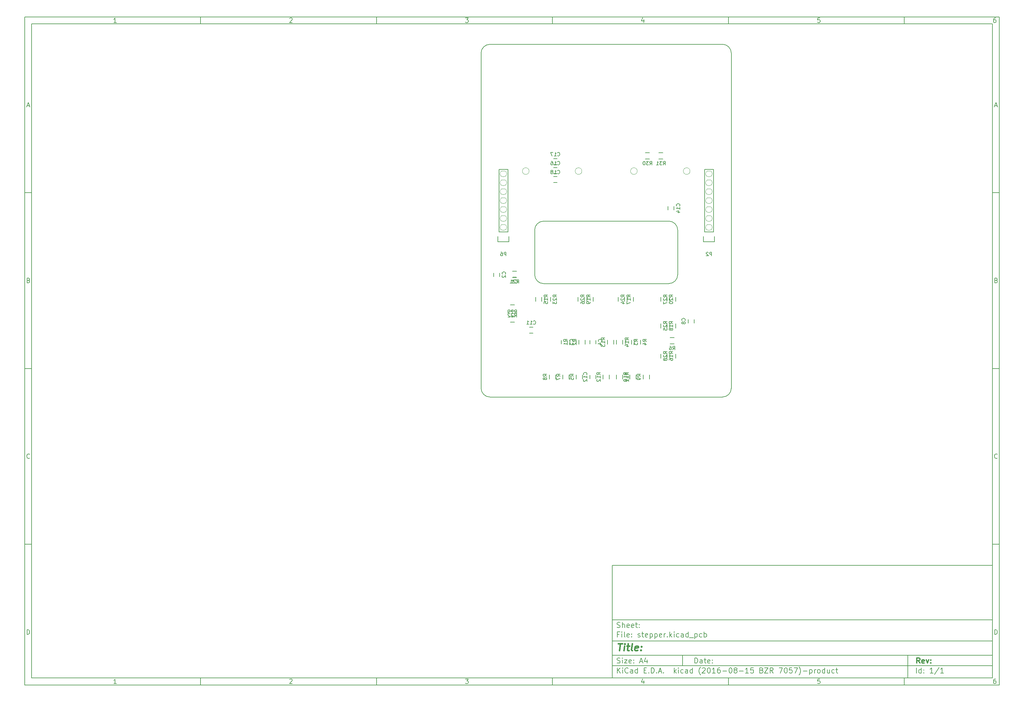
<source format=gbr>
G04 #@! TF.FileFunction,Legend,Bot*
%FSLAX46Y46*%
G04 Gerber Fmt 4.6, Leading zero omitted, Abs format (unit mm)*
G04 Created by KiCad (PCBNEW (2016-08-15 BZR 7057)-product) date Tue Nov  8 12:42:18 2016*
%MOMM*%
%LPD*%
G01*
G04 APERTURE LIST*
%ADD10C,0.100000*%
%ADD11C,0.150000*%
%ADD12C,0.300000*%
%ADD13C,0.400000*%
G04 APERTURE END LIST*
D10*
D11*
X177002200Y-166007200D02*
X177002200Y-198007200D01*
X285002200Y-198007200D01*
X285002200Y-166007200D01*
X177002200Y-166007200D01*
D10*
D11*
X10000000Y-10000000D02*
X10000000Y-200007200D01*
X287002200Y-200007200D01*
X287002200Y-10000000D01*
X10000000Y-10000000D01*
D10*
D11*
X12000000Y-12000000D02*
X12000000Y-198007200D01*
X285002200Y-198007200D01*
X285002200Y-12000000D01*
X12000000Y-12000000D01*
D10*
D11*
X60000000Y-12000000D02*
X60000000Y-10000000D01*
D10*
D11*
X110000000Y-12000000D02*
X110000000Y-10000000D01*
D10*
D11*
X160000000Y-12000000D02*
X160000000Y-10000000D01*
D10*
D11*
X210000000Y-12000000D02*
X210000000Y-10000000D01*
D10*
D11*
X260000000Y-12000000D02*
X260000000Y-10000000D01*
D10*
D11*
X36065476Y-11588095D02*
X35322619Y-11588095D01*
X35694047Y-11588095D02*
X35694047Y-10288095D01*
X35570238Y-10473809D01*
X35446428Y-10597619D01*
X35322619Y-10659523D01*
D10*
D11*
X85322619Y-10411904D02*
X85384523Y-10350000D01*
X85508333Y-10288095D01*
X85817857Y-10288095D01*
X85941666Y-10350000D01*
X86003571Y-10411904D01*
X86065476Y-10535714D01*
X86065476Y-10659523D01*
X86003571Y-10845238D01*
X85260714Y-11588095D01*
X86065476Y-11588095D01*
D10*
D11*
X135260714Y-10288095D02*
X136065476Y-10288095D01*
X135632142Y-10783333D01*
X135817857Y-10783333D01*
X135941666Y-10845238D01*
X136003571Y-10907142D01*
X136065476Y-11030952D01*
X136065476Y-11340476D01*
X136003571Y-11464285D01*
X135941666Y-11526190D01*
X135817857Y-11588095D01*
X135446428Y-11588095D01*
X135322619Y-11526190D01*
X135260714Y-11464285D01*
D10*
D11*
X185941666Y-10721428D02*
X185941666Y-11588095D01*
X185632142Y-10226190D02*
X185322619Y-11154761D01*
X186127380Y-11154761D01*
D10*
D11*
X236003571Y-10288095D02*
X235384523Y-10288095D01*
X235322619Y-10907142D01*
X235384523Y-10845238D01*
X235508333Y-10783333D01*
X235817857Y-10783333D01*
X235941666Y-10845238D01*
X236003571Y-10907142D01*
X236065476Y-11030952D01*
X236065476Y-11340476D01*
X236003571Y-11464285D01*
X235941666Y-11526190D01*
X235817857Y-11588095D01*
X235508333Y-11588095D01*
X235384523Y-11526190D01*
X235322619Y-11464285D01*
D10*
D11*
X285941666Y-10288095D02*
X285694047Y-10288095D01*
X285570238Y-10350000D01*
X285508333Y-10411904D01*
X285384523Y-10597619D01*
X285322619Y-10845238D01*
X285322619Y-11340476D01*
X285384523Y-11464285D01*
X285446428Y-11526190D01*
X285570238Y-11588095D01*
X285817857Y-11588095D01*
X285941666Y-11526190D01*
X286003571Y-11464285D01*
X286065476Y-11340476D01*
X286065476Y-11030952D01*
X286003571Y-10907142D01*
X285941666Y-10845238D01*
X285817857Y-10783333D01*
X285570238Y-10783333D01*
X285446428Y-10845238D01*
X285384523Y-10907142D01*
X285322619Y-11030952D01*
D10*
D11*
X60000000Y-198007200D02*
X60000000Y-200007200D01*
D10*
D11*
X110000000Y-198007200D02*
X110000000Y-200007200D01*
D10*
D11*
X160000000Y-198007200D02*
X160000000Y-200007200D01*
D10*
D11*
X210000000Y-198007200D02*
X210000000Y-200007200D01*
D10*
D11*
X260000000Y-198007200D02*
X260000000Y-200007200D01*
D10*
D11*
X36065476Y-199595295D02*
X35322619Y-199595295D01*
X35694047Y-199595295D02*
X35694047Y-198295295D01*
X35570238Y-198481009D01*
X35446428Y-198604819D01*
X35322619Y-198666723D01*
D10*
D11*
X85322619Y-198419104D02*
X85384523Y-198357200D01*
X85508333Y-198295295D01*
X85817857Y-198295295D01*
X85941666Y-198357200D01*
X86003571Y-198419104D01*
X86065476Y-198542914D01*
X86065476Y-198666723D01*
X86003571Y-198852438D01*
X85260714Y-199595295D01*
X86065476Y-199595295D01*
D10*
D11*
X135260714Y-198295295D02*
X136065476Y-198295295D01*
X135632142Y-198790533D01*
X135817857Y-198790533D01*
X135941666Y-198852438D01*
X136003571Y-198914342D01*
X136065476Y-199038152D01*
X136065476Y-199347676D01*
X136003571Y-199471485D01*
X135941666Y-199533390D01*
X135817857Y-199595295D01*
X135446428Y-199595295D01*
X135322619Y-199533390D01*
X135260714Y-199471485D01*
D10*
D11*
X185941666Y-198728628D02*
X185941666Y-199595295D01*
X185632142Y-198233390D02*
X185322619Y-199161961D01*
X186127380Y-199161961D01*
D10*
D11*
X236003571Y-198295295D02*
X235384523Y-198295295D01*
X235322619Y-198914342D01*
X235384523Y-198852438D01*
X235508333Y-198790533D01*
X235817857Y-198790533D01*
X235941666Y-198852438D01*
X236003571Y-198914342D01*
X236065476Y-199038152D01*
X236065476Y-199347676D01*
X236003571Y-199471485D01*
X235941666Y-199533390D01*
X235817857Y-199595295D01*
X235508333Y-199595295D01*
X235384523Y-199533390D01*
X235322619Y-199471485D01*
D10*
D11*
X285941666Y-198295295D02*
X285694047Y-198295295D01*
X285570238Y-198357200D01*
X285508333Y-198419104D01*
X285384523Y-198604819D01*
X285322619Y-198852438D01*
X285322619Y-199347676D01*
X285384523Y-199471485D01*
X285446428Y-199533390D01*
X285570238Y-199595295D01*
X285817857Y-199595295D01*
X285941666Y-199533390D01*
X286003571Y-199471485D01*
X286065476Y-199347676D01*
X286065476Y-199038152D01*
X286003571Y-198914342D01*
X285941666Y-198852438D01*
X285817857Y-198790533D01*
X285570238Y-198790533D01*
X285446428Y-198852438D01*
X285384523Y-198914342D01*
X285322619Y-199038152D01*
D10*
D11*
X10000000Y-60000000D02*
X12000000Y-60000000D01*
D10*
D11*
X10000000Y-110000000D02*
X12000000Y-110000000D01*
D10*
D11*
X10000000Y-160000000D02*
X12000000Y-160000000D01*
D10*
D11*
X10690476Y-35216666D02*
X11309523Y-35216666D01*
X10566666Y-35588095D02*
X11000000Y-34288095D01*
X11433333Y-35588095D01*
D10*
D11*
X11092857Y-84907142D02*
X11278571Y-84969047D01*
X11340476Y-85030952D01*
X11402380Y-85154761D01*
X11402380Y-85340476D01*
X11340476Y-85464285D01*
X11278571Y-85526190D01*
X11154761Y-85588095D01*
X10659523Y-85588095D01*
X10659523Y-84288095D01*
X11092857Y-84288095D01*
X11216666Y-84350000D01*
X11278571Y-84411904D01*
X11340476Y-84535714D01*
X11340476Y-84659523D01*
X11278571Y-84783333D01*
X11216666Y-84845238D01*
X11092857Y-84907142D01*
X10659523Y-84907142D01*
D10*
D11*
X11402380Y-135464285D02*
X11340476Y-135526190D01*
X11154761Y-135588095D01*
X11030952Y-135588095D01*
X10845238Y-135526190D01*
X10721428Y-135402380D01*
X10659523Y-135278571D01*
X10597619Y-135030952D01*
X10597619Y-134845238D01*
X10659523Y-134597619D01*
X10721428Y-134473809D01*
X10845238Y-134350000D01*
X11030952Y-134288095D01*
X11154761Y-134288095D01*
X11340476Y-134350000D01*
X11402380Y-134411904D01*
D10*
D11*
X10659523Y-185588095D02*
X10659523Y-184288095D01*
X10969047Y-184288095D01*
X11154761Y-184350000D01*
X11278571Y-184473809D01*
X11340476Y-184597619D01*
X11402380Y-184845238D01*
X11402380Y-185030952D01*
X11340476Y-185278571D01*
X11278571Y-185402380D01*
X11154761Y-185526190D01*
X10969047Y-185588095D01*
X10659523Y-185588095D01*
D10*
D11*
X287002200Y-60000000D02*
X285002200Y-60000000D01*
D10*
D11*
X287002200Y-110000000D02*
X285002200Y-110000000D01*
D10*
D11*
X287002200Y-160000000D02*
X285002200Y-160000000D01*
D10*
D11*
X285692676Y-35216666D02*
X286311723Y-35216666D01*
X285568866Y-35588095D02*
X286002200Y-34288095D01*
X286435533Y-35588095D01*
D10*
D11*
X286095057Y-84907142D02*
X286280771Y-84969047D01*
X286342676Y-85030952D01*
X286404580Y-85154761D01*
X286404580Y-85340476D01*
X286342676Y-85464285D01*
X286280771Y-85526190D01*
X286156961Y-85588095D01*
X285661723Y-85588095D01*
X285661723Y-84288095D01*
X286095057Y-84288095D01*
X286218866Y-84350000D01*
X286280771Y-84411904D01*
X286342676Y-84535714D01*
X286342676Y-84659523D01*
X286280771Y-84783333D01*
X286218866Y-84845238D01*
X286095057Y-84907142D01*
X285661723Y-84907142D01*
D10*
D11*
X286404580Y-135464285D02*
X286342676Y-135526190D01*
X286156961Y-135588095D01*
X286033152Y-135588095D01*
X285847438Y-135526190D01*
X285723628Y-135402380D01*
X285661723Y-135278571D01*
X285599819Y-135030952D01*
X285599819Y-134845238D01*
X285661723Y-134597619D01*
X285723628Y-134473809D01*
X285847438Y-134350000D01*
X286033152Y-134288095D01*
X286156961Y-134288095D01*
X286342676Y-134350000D01*
X286404580Y-134411904D01*
D10*
D11*
X285661723Y-185588095D02*
X285661723Y-184288095D01*
X285971247Y-184288095D01*
X286156961Y-184350000D01*
X286280771Y-184473809D01*
X286342676Y-184597619D01*
X286404580Y-184845238D01*
X286404580Y-185030952D01*
X286342676Y-185278571D01*
X286280771Y-185402380D01*
X286156961Y-185526190D01*
X285971247Y-185588095D01*
X285661723Y-185588095D01*
D10*
D11*
X200434342Y-193785771D02*
X200434342Y-192285771D01*
X200791485Y-192285771D01*
X201005771Y-192357200D01*
X201148628Y-192500057D01*
X201220057Y-192642914D01*
X201291485Y-192928628D01*
X201291485Y-193142914D01*
X201220057Y-193428628D01*
X201148628Y-193571485D01*
X201005771Y-193714342D01*
X200791485Y-193785771D01*
X200434342Y-193785771D01*
X202577200Y-193785771D02*
X202577200Y-193000057D01*
X202505771Y-192857200D01*
X202362914Y-192785771D01*
X202077200Y-192785771D01*
X201934342Y-192857200D01*
X202577200Y-193714342D02*
X202434342Y-193785771D01*
X202077200Y-193785771D01*
X201934342Y-193714342D01*
X201862914Y-193571485D01*
X201862914Y-193428628D01*
X201934342Y-193285771D01*
X202077200Y-193214342D01*
X202434342Y-193214342D01*
X202577200Y-193142914D01*
X203077200Y-192785771D02*
X203648628Y-192785771D01*
X203291485Y-192285771D02*
X203291485Y-193571485D01*
X203362914Y-193714342D01*
X203505771Y-193785771D01*
X203648628Y-193785771D01*
X204720057Y-193714342D02*
X204577200Y-193785771D01*
X204291485Y-193785771D01*
X204148628Y-193714342D01*
X204077200Y-193571485D01*
X204077200Y-193000057D01*
X204148628Y-192857200D01*
X204291485Y-192785771D01*
X204577200Y-192785771D01*
X204720057Y-192857200D01*
X204791485Y-193000057D01*
X204791485Y-193142914D01*
X204077200Y-193285771D01*
X205434342Y-193642914D02*
X205505771Y-193714342D01*
X205434342Y-193785771D01*
X205362914Y-193714342D01*
X205434342Y-193642914D01*
X205434342Y-193785771D01*
X205434342Y-192857200D02*
X205505771Y-192928628D01*
X205434342Y-193000057D01*
X205362914Y-192928628D01*
X205434342Y-192857200D01*
X205434342Y-193000057D01*
D10*
D11*
X177002200Y-194507200D02*
X285002200Y-194507200D01*
D10*
D11*
X178434342Y-196585771D02*
X178434342Y-195085771D01*
X179291485Y-196585771D02*
X178648628Y-195728628D01*
X179291485Y-195085771D02*
X178434342Y-195942914D01*
X179934342Y-196585771D02*
X179934342Y-195585771D01*
X179934342Y-195085771D02*
X179862914Y-195157200D01*
X179934342Y-195228628D01*
X180005771Y-195157200D01*
X179934342Y-195085771D01*
X179934342Y-195228628D01*
X181505771Y-196442914D02*
X181434342Y-196514342D01*
X181220057Y-196585771D01*
X181077200Y-196585771D01*
X180862914Y-196514342D01*
X180720057Y-196371485D01*
X180648628Y-196228628D01*
X180577200Y-195942914D01*
X180577200Y-195728628D01*
X180648628Y-195442914D01*
X180720057Y-195300057D01*
X180862914Y-195157200D01*
X181077200Y-195085771D01*
X181220057Y-195085771D01*
X181434342Y-195157200D01*
X181505771Y-195228628D01*
X182791485Y-196585771D02*
X182791485Y-195800057D01*
X182720057Y-195657200D01*
X182577200Y-195585771D01*
X182291485Y-195585771D01*
X182148628Y-195657200D01*
X182791485Y-196514342D02*
X182648628Y-196585771D01*
X182291485Y-196585771D01*
X182148628Y-196514342D01*
X182077200Y-196371485D01*
X182077200Y-196228628D01*
X182148628Y-196085771D01*
X182291485Y-196014342D01*
X182648628Y-196014342D01*
X182791485Y-195942914D01*
X184148628Y-196585771D02*
X184148628Y-195085771D01*
X184148628Y-196514342D02*
X184005771Y-196585771D01*
X183720057Y-196585771D01*
X183577200Y-196514342D01*
X183505771Y-196442914D01*
X183434342Y-196300057D01*
X183434342Y-195871485D01*
X183505771Y-195728628D01*
X183577200Y-195657200D01*
X183720057Y-195585771D01*
X184005771Y-195585771D01*
X184148628Y-195657200D01*
X186005771Y-195800057D02*
X186505771Y-195800057D01*
X186720057Y-196585771D02*
X186005771Y-196585771D01*
X186005771Y-195085771D01*
X186720057Y-195085771D01*
X187362914Y-196442914D02*
X187434342Y-196514342D01*
X187362914Y-196585771D01*
X187291485Y-196514342D01*
X187362914Y-196442914D01*
X187362914Y-196585771D01*
X188077200Y-196585771D02*
X188077200Y-195085771D01*
X188434342Y-195085771D01*
X188648628Y-195157200D01*
X188791485Y-195300057D01*
X188862914Y-195442914D01*
X188934342Y-195728628D01*
X188934342Y-195942914D01*
X188862914Y-196228628D01*
X188791485Y-196371485D01*
X188648628Y-196514342D01*
X188434342Y-196585771D01*
X188077200Y-196585771D01*
X189577200Y-196442914D02*
X189648628Y-196514342D01*
X189577200Y-196585771D01*
X189505771Y-196514342D01*
X189577200Y-196442914D01*
X189577200Y-196585771D01*
X190220057Y-196157200D02*
X190934342Y-196157200D01*
X190077200Y-196585771D02*
X190577200Y-195085771D01*
X191077200Y-196585771D01*
X191577200Y-196442914D02*
X191648628Y-196514342D01*
X191577200Y-196585771D01*
X191505771Y-196514342D01*
X191577200Y-196442914D01*
X191577200Y-196585771D01*
X194577200Y-196585771D02*
X194577200Y-195085771D01*
X194720057Y-196014342D02*
X195148628Y-196585771D01*
X195148628Y-195585771D02*
X194577200Y-196157200D01*
X195791485Y-196585771D02*
X195791485Y-195585771D01*
X195791485Y-195085771D02*
X195720057Y-195157200D01*
X195791485Y-195228628D01*
X195862914Y-195157200D01*
X195791485Y-195085771D01*
X195791485Y-195228628D01*
X197148628Y-196514342D02*
X197005771Y-196585771D01*
X196720057Y-196585771D01*
X196577200Y-196514342D01*
X196505771Y-196442914D01*
X196434342Y-196300057D01*
X196434342Y-195871485D01*
X196505771Y-195728628D01*
X196577200Y-195657200D01*
X196720057Y-195585771D01*
X197005771Y-195585771D01*
X197148628Y-195657200D01*
X198434342Y-196585771D02*
X198434342Y-195800057D01*
X198362914Y-195657200D01*
X198220057Y-195585771D01*
X197934342Y-195585771D01*
X197791485Y-195657200D01*
X198434342Y-196514342D02*
X198291485Y-196585771D01*
X197934342Y-196585771D01*
X197791485Y-196514342D01*
X197720057Y-196371485D01*
X197720057Y-196228628D01*
X197791485Y-196085771D01*
X197934342Y-196014342D01*
X198291485Y-196014342D01*
X198434342Y-195942914D01*
X199791485Y-196585771D02*
X199791485Y-195085771D01*
X199791485Y-196514342D02*
X199648628Y-196585771D01*
X199362914Y-196585771D01*
X199220057Y-196514342D01*
X199148628Y-196442914D01*
X199077200Y-196300057D01*
X199077200Y-195871485D01*
X199148628Y-195728628D01*
X199220057Y-195657200D01*
X199362914Y-195585771D01*
X199648628Y-195585771D01*
X199791485Y-195657200D01*
X202077200Y-197157200D02*
X202005771Y-197085771D01*
X201862914Y-196871485D01*
X201791485Y-196728628D01*
X201720057Y-196514342D01*
X201648628Y-196157200D01*
X201648628Y-195871485D01*
X201720057Y-195514342D01*
X201791485Y-195300057D01*
X201862914Y-195157200D01*
X202005771Y-194942914D01*
X202077200Y-194871485D01*
X202577200Y-195228628D02*
X202648628Y-195157200D01*
X202791485Y-195085771D01*
X203148628Y-195085771D01*
X203291485Y-195157200D01*
X203362914Y-195228628D01*
X203434342Y-195371485D01*
X203434342Y-195514342D01*
X203362914Y-195728628D01*
X202505771Y-196585771D01*
X203434342Y-196585771D01*
X204362914Y-195085771D02*
X204505771Y-195085771D01*
X204648628Y-195157200D01*
X204720057Y-195228628D01*
X204791485Y-195371485D01*
X204862914Y-195657200D01*
X204862914Y-196014342D01*
X204791485Y-196300057D01*
X204720057Y-196442914D01*
X204648628Y-196514342D01*
X204505771Y-196585771D01*
X204362914Y-196585771D01*
X204220057Y-196514342D01*
X204148628Y-196442914D01*
X204077200Y-196300057D01*
X204005771Y-196014342D01*
X204005771Y-195657200D01*
X204077200Y-195371485D01*
X204148628Y-195228628D01*
X204220057Y-195157200D01*
X204362914Y-195085771D01*
X206291485Y-196585771D02*
X205434342Y-196585771D01*
X205862914Y-196585771D02*
X205862914Y-195085771D01*
X205720057Y-195300057D01*
X205577200Y-195442914D01*
X205434342Y-195514342D01*
X207577200Y-195085771D02*
X207291485Y-195085771D01*
X207148628Y-195157200D01*
X207077200Y-195228628D01*
X206934342Y-195442914D01*
X206862914Y-195728628D01*
X206862914Y-196300057D01*
X206934342Y-196442914D01*
X207005771Y-196514342D01*
X207148628Y-196585771D01*
X207434342Y-196585771D01*
X207577200Y-196514342D01*
X207648628Y-196442914D01*
X207720057Y-196300057D01*
X207720057Y-195942914D01*
X207648628Y-195800057D01*
X207577200Y-195728628D01*
X207434342Y-195657200D01*
X207148628Y-195657200D01*
X207005771Y-195728628D01*
X206934342Y-195800057D01*
X206862914Y-195942914D01*
X208362914Y-196014342D02*
X209505771Y-196014342D01*
X210505771Y-195085771D02*
X210648628Y-195085771D01*
X210791485Y-195157200D01*
X210862914Y-195228628D01*
X210934342Y-195371485D01*
X211005771Y-195657200D01*
X211005771Y-196014342D01*
X210934342Y-196300057D01*
X210862914Y-196442914D01*
X210791485Y-196514342D01*
X210648628Y-196585771D01*
X210505771Y-196585771D01*
X210362914Y-196514342D01*
X210291485Y-196442914D01*
X210220057Y-196300057D01*
X210148628Y-196014342D01*
X210148628Y-195657200D01*
X210220057Y-195371485D01*
X210291485Y-195228628D01*
X210362914Y-195157200D01*
X210505771Y-195085771D01*
X211862914Y-195728628D02*
X211720057Y-195657200D01*
X211648628Y-195585771D01*
X211577200Y-195442914D01*
X211577200Y-195371485D01*
X211648628Y-195228628D01*
X211720057Y-195157200D01*
X211862914Y-195085771D01*
X212148628Y-195085771D01*
X212291485Y-195157200D01*
X212362914Y-195228628D01*
X212434342Y-195371485D01*
X212434342Y-195442914D01*
X212362914Y-195585771D01*
X212291485Y-195657200D01*
X212148628Y-195728628D01*
X211862914Y-195728628D01*
X211720057Y-195800057D01*
X211648628Y-195871485D01*
X211577200Y-196014342D01*
X211577200Y-196300057D01*
X211648628Y-196442914D01*
X211720057Y-196514342D01*
X211862914Y-196585771D01*
X212148628Y-196585771D01*
X212291485Y-196514342D01*
X212362914Y-196442914D01*
X212434342Y-196300057D01*
X212434342Y-196014342D01*
X212362914Y-195871485D01*
X212291485Y-195800057D01*
X212148628Y-195728628D01*
X213077200Y-196014342D02*
X214220057Y-196014342D01*
X215720057Y-196585771D02*
X214862914Y-196585771D01*
X215291485Y-196585771D02*
X215291485Y-195085771D01*
X215148628Y-195300057D01*
X215005771Y-195442914D01*
X214862914Y-195514342D01*
X217077200Y-195085771D02*
X216362914Y-195085771D01*
X216291485Y-195800057D01*
X216362914Y-195728628D01*
X216505771Y-195657200D01*
X216862914Y-195657200D01*
X217005771Y-195728628D01*
X217077200Y-195800057D01*
X217148628Y-195942914D01*
X217148628Y-196300057D01*
X217077200Y-196442914D01*
X217005771Y-196514342D01*
X216862914Y-196585771D01*
X216505771Y-196585771D01*
X216362914Y-196514342D01*
X216291485Y-196442914D01*
X219434342Y-195800057D02*
X219648628Y-195871485D01*
X219720057Y-195942914D01*
X219791485Y-196085771D01*
X219791485Y-196300057D01*
X219720057Y-196442914D01*
X219648628Y-196514342D01*
X219505771Y-196585771D01*
X218934342Y-196585771D01*
X218934342Y-195085771D01*
X219434342Y-195085771D01*
X219577200Y-195157200D01*
X219648628Y-195228628D01*
X219720057Y-195371485D01*
X219720057Y-195514342D01*
X219648628Y-195657200D01*
X219577200Y-195728628D01*
X219434342Y-195800057D01*
X218934342Y-195800057D01*
X220291485Y-195085771D02*
X221291485Y-195085771D01*
X220291485Y-196585771D01*
X221291485Y-196585771D01*
X222720057Y-196585771D02*
X222220057Y-195871485D01*
X221862914Y-196585771D02*
X221862914Y-195085771D01*
X222434342Y-195085771D01*
X222577200Y-195157200D01*
X222648628Y-195228628D01*
X222720057Y-195371485D01*
X222720057Y-195585771D01*
X222648628Y-195728628D01*
X222577200Y-195800057D01*
X222434342Y-195871485D01*
X221862914Y-195871485D01*
X224362914Y-195085771D02*
X225362914Y-195085771D01*
X224720057Y-196585771D01*
X226220057Y-195085771D02*
X226362914Y-195085771D01*
X226505771Y-195157200D01*
X226577200Y-195228628D01*
X226648628Y-195371485D01*
X226720057Y-195657200D01*
X226720057Y-196014342D01*
X226648628Y-196300057D01*
X226577200Y-196442914D01*
X226505771Y-196514342D01*
X226362914Y-196585771D01*
X226220057Y-196585771D01*
X226077200Y-196514342D01*
X226005771Y-196442914D01*
X225934342Y-196300057D01*
X225862914Y-196014342D01*
X225862914Y-195657200D01*
X225934342Y-195371485D01*
X226005771Y-195228628D01*
X226077200Y-195157200D01*
X226220057Y-195085771D01*
X228077200Y-195085771D02*
X227362914Y-195085771D01*
X227291485Y-195800057D01*
X227362914Y-195728628D01*
X227505771Y-195657200D01*
X227862914Y-195657200D01*
X228005771Y-195728628D01*
X228077200Y-195800057D01*
X228148628Y-195942914D01*
X228148628Y-196300057D01*
X228077200Y-196442914D01*
X228005771Y-196514342D01*
X227862914Y-196585771D01*
X227505771Y-196585771D01*
X227362914Y-196514342D01*
X227291485Y-196442914D01*
X228648628Y-195085771D02*
X229648628Y-195085771D01*
X229005771Y-196585771D01*
X230077199Y-197157200D02*
X230148628Y-197085771D01*
X230291485Y-196871485D01*
X230362914Y-196728628D01*
X230434342Y-196514342D01*
X230505771Y-196157200D01*
X230505771Y-195871485D01*
X230434342Y-195514342D01*
X230362914Y-195300057D01*
X230291485Y-195157200D01*
X230148628Y-194942914D01*
X230077199Y-194871485D01*
X231220057Y-196014342D02*
X232362914Y-196014342D01*
X233077199Y-195585771D02*
X233077199Y-197085771D01*
X233077199Y-195657200D02*
X233220057Y-195585771D01*
X233505771Y-195585771D01*
X233648628Y-195657200D01*
X233720057Y-195728628D01*
X233791485Y-195871485D01*
X233791485Y-196300057D01*
X233720057Y-196442914D01*
X233648628Y-196514342D01*
X233505771Y-196585771D01*
X233220057Y-196585771D01*
X233077199Y-196514342D01*
X234434342Y-196585771D02*
X234434342Y-195585771D01*
X234434342Y-195871485D02*
X234505771Y-195728628D01*
X234577199Y-195657200D01*
X234720057Y-195585771D01*
X234862914Y-195585771D01*
X235577199Y-196585771D02*
X235434342Y-196514342D01*
X235362914Y-196442914D01*
X235291485Y-196300057D01*
X235291485Y-195871485D01*
X235362914Y-195728628D01*
X235434342Y-195657200D01*
X235577199Y-195585771D01*
X235791485Y-195585771D01*
X235934342Y-195657200D01*
X236005771Y-195728628D01*
X236077199Y-195871485D01*
X236077199Y-196300057D01*
X236005771Y-196442914D01*
X235934342Y-196514342D01*
X235791485Y-196585771D01*
X235577199Y-196585771D01*
X237362914Y-196585771D02*
X237362914Y-195085771D01*
X237362914Y-196514342D02*
X237220057Y-196585771D01*
X236934342Y-196585771D01*
X236791485Y-196514342D01*
X236720057Y-196442914D01*
X236648628Y-196300057D01*
X236648628Y-195871485D01*
X236720057Y-195728628D01*
X236791485Y-195657200D01*
X236934342Y-195585771D01*
X237220057Y-195585771D01*
X237362914Y-195657200D01*
X238720057Y-195585771D02*
X238720057Y-196585771D01*
X238077199Y-195585771D02*
X238077199Y-196371485D01*
X238148628Y-196514342D01*
X238291485Y-196585771D01*
X238505771Y-196585771D01*
X238648628Y-196514342D01*
X238720057Y-196442914D01*
X240077199Y-196514342D02*
X239934342Y-196585771D01*
X239648628Y-196585771D01*
X239505771Y-196514342D01*
X239434342Y-196442914D01*
X239362914Y-196300057D01*
X239362914Y-195871485D01*
X239434342Y-195728628D01*
X239505771Y-195657200D01*
X239648628Y-195585771D01*
X239934342Y-195585771D01*
X240077199Y-195657200D01*
X240505771Y-195585771D02*
X241077199Y-195585771D01*
X240720057Y-195085771D02*
X240720057Y-196371485D01*
X240791485Y-196514342D01*
X240934342Y-196585771D01*
X241077199Y-196585771D01*
D10*
D11*
X177002200Y-191507200D02*
X285002200Y-191507200D01*
D10*
D12*
X264411485Y-193785771D02*
X263911485Y-193071485D01*
X263554342Y-193785771D02*
X263554342Y-192285771D01*
X264125771Y-192285771D01*
X264268628Y-192357200D01*
X264340057Y-192428628D01*
X264411485Y-192571485D01*
X264411485Y-192785771D01*
X264340057Y-192928628D01*
X264268628Y-193000057D01*
X264125771Y-193071485D01*
X263554342Y-193071485D01*
X265625771Y-193714342D02*
X265482914Y-193785771D01*
X265197200Y-193785771D01*
X265054342Y-193714342D01*
X264982914Y-193571485D01*
X264982914Y-193000057D01*
X265054342Y-192857200D01*
X265197200Y-192785771D01*
X265482914Y-192785771D01*
X265625771Y-192857200D01*
X265697200Y-193000057D01*
X265697200Y-193142914D01*
X264982914Y-193285771D01*
X266197200Y-192785771D02*
X266554342Y-193785771D01*
X266911485Y-192785771D01*
X267482914Y-193642914D02*
X267554342Y-193714342D01*
X267482914Y-193785771D01*
X267411485Y-193714342D01*
X267482914Y-193642914D01*
X267482914Y-193785771D01*
X267482914Y-192857200D02*
X267554342Y-192928628D01*
X267482914Y-193000057D01*
X267411485Y-192928628D01*
X267482914Y-192857200D01*
X267482914Y-193000057D01*
D10*
D11*
X178362914Y-193714342D02*
X178577200Y-193785771D01*
X178934342Y-193785771D01*
X179077200Y-193714342D01*
X179148628Y-193642914D01*
X179220057Y-193500057D01*
X179220057Y-193357200D01*
X179148628Y-193214342D01*
X179077200Y-193142914D01*
X178934342Y-193071485D01*
X178648628Y-193000057D01*
X178505771Y-192928628D01*
X178434342Y-192857200D01*
X178362914Y-192714342D01*
X178362914Y-192571485D01*
X178434342Y-192428628D01*
X178505771Y-192357200D01*
X178648628Y-192285771D01*
X179005771Y-192285771D01*
X179220057Y-192357200D01*
X179862914Y-193785771D02*
X179862914Y-192785771D01*
X179862914Y-192285771D02*
X179791485Y-192357200D01*
X179862914Y-192428628D01*
X179934342Y-192357200D01*
X179862914Y-192285771D01*
X179862914Y-192428628D01*
X180434342Y-192785771D02*
X181220057Y-192785771D01*
X180434342Y-193785771D01*
X181220057Y-193785771D01*
X182362914Y-193714342D02*
X182220057Y-193785771D01*
X181934342Y-193785771D01*
X181791485Y-193714342D01*
X181720057Y-193571485D01*
X181720057Y-193000057D01*
X181791485Y-192857200D01*
X181934342Y-192785771D01*
X182220057Y-192785771D01*
X182362914Y-192857200D01*
X182434342Y-193000057D01*
X182434342Y-193142914D01*
X181720057Y-193285771D01*
X183077200Y-193642914D02*
X183148628Y-193714342D01*
X183077200Y-193785771D01*
X183005771Y-193714342D01*
X183077200Y-193642914D01*
X183077200Y-193785771D01*
X183077200Y-192857200D02*
X183148628Y-192928628D01*
X183077200Y-193000057D01*
X183005771Y-192928628D01*
X183077200Y-192857200D01*
X183077200Y-193000057D01*
X184862914Y-193357200D02*
X185577200Y-193357200D01*
X184720057Y-193785771D02*
X185220057Y-192285771D01*
X185720057Y-193785771D01*
X186862914Y-192785771D02*
X186862914Y-193785771D01*
X186505771Y-192214342D02*
X186148628Y-193285771D01*
X187077200Y-193285771D01*
D10*
D11*
X263434342Y-196585771D02*
X263434342Y-195085771D01*
X264791485Y-196585771D02*
X264791485Y-195085771D01*
X264791485Y-196514342D02*
X264648628Y-196585771D01*
X264362914Y-196585771D01*
X264220057Y-196514342D01*
X264148628Y-196442914D01*
X264077200Y-196300057D01*
X264077200Y-195871485D01*
X264148628Y-195728628D01*
X264220057Y-195657200D01*
X264362914Y-195585771D01*
X264648628Y-195585771D01*
X264791485Y-195657200D01*
X265505771Y-196442914D02*
X265577200Y-196514342D01*
X265505771Y-196585771D01*
X265434342Y-196514342D01*
X265505771Y-196442914D01*
X265505771Y-196585771D01*
X265505771Y-195657200D02*
X265577200Y-195728628D01*
X265505771Y-195800057D01*
X265434342Y-195728628D01*
X265505771Y-195657200D01*
X265505771Y-195800057D01*
X268148628Y-196585771D02*
X267291485Y-196585771D01*
X267720057Y-196585771D02*
X267720057Y-195085771D01*
X267577200Y-195300057D01*
X267434342Y-195442914D01*
X267291485Y-195514342D01*
X269862914Y-195014342D02*
X268577200Y-196942914D01*
X271148628Y-196585771D02*
X270291485Y-196585771D01*
X270720057Y-196585771D02*
X270720057Y-195085771D01*
X270577200Y-195300057D01*
X270434342Y-195442914D01*
X270291485Y-195514342D01*
D10*
D11*
X177002200Y-187507200D02*
X285002200Y-187507200D01*
D10*
D13*
X178714580Y-188211961D02*
X179857438Y-188211961D01*
X179036009Y-190211961D02*
X179286009Y-188211961D01*
X180274104Y-190211961D02*
X180440771Y-188878628D01*
X180524104Y-188211961D02*
X180416961Y-188307200D01*
X180500295Y-188402438D01*
X180607438Y-188307200D01*
X180524104Y-188211961D01*
X180500295Y-188402438D01*
X181107438Y-188878628D02*
X181869342Y-188878628D01*
X181476485Y-188211961D02*
X181262200Y-189926247D01*
X181333628Y-190116723D01*
X181512200Y-190211961D01*
X181702676Y-190211961D01*
X182655057Y-190211961D02*
X182476485Y-190116723D01*
X182405057Y-189926247D01*
X182619342Y-188211961D01*
X184190771Y-190116723D02*
X183988390Y-190211961D01*
X183607438Y-190211961D01*
X183428866Y-190116723D01*
X183357438Y-189926247D01*
X183452676Y-189164342D01*
X183571723Y-188973866D01*
X183774104Y-188878628D01*
X184155057Y-188878628D01*
X184333628Y-188973866D01*
X184405057Y-189164342D01*
X184381247Y-189354819D01*
X183405057Y-189545295D01*
X185155057Y-190021485D02*
X185238390Y-190116723D01*
X185131247Y-190211961D01*
X185047914Y-190116723D01*
X185155057Y-190021485D01*
X185131247Y-190211961D01*
X185286009Y-188973866D02*
X185369342Y-189069104D01*
X185262200Y-189164342D01*
X185178866Y-189069104D01*
X185286009Y-188973866D01*
X185262200Y-189164342D01*
D10*
D11*
X178934342Y-185600057D02*
X178434342Y-185600057D01*
X178434342Y-186385771D02*
X178434342Y-184885771D01*
X179148628Y-184885771D01*
X179720057Y-186385771D02*
X179720057Y-185385771D01*
X179720057Y-184885771D02*
X179648628Y-184957200D01*
X179720057Y-185028628D01*
X179791485Y-184957200D01*
X179720057Y-184885771D01*
X179720057Y-185028628D01*
X180648628Y-186385771D02*
X180505771Y-186314342D01*
X180434342Y-186171485D01*
X180434342Y-184885771D01*
X181791485Y-186314342D02*
X181648628Y-186385771D01*
X181362914Y-186385771D01*
X181220057Y-186314342D01*
X181148628Y-186171485D01*
X181148628Y-185600057D01*
X181220057Y-185457200D01*
X181362914Y-185385771D01*
X181648628Y-185385771D01*
X181791485Y-185457200D01*
X181862914Y-185600057D01*
X181862914Y-185742914D01*
X181148628Y-185885771D01*
X182505771Y-186242914D02*
X182577200Y-186314342D01*
X182505771Y-186385771D01*
X182434342Y-186314342D01*
X182505771Y-186242914D01*
X182505771Y-186385771D01*
X182505771Y-185457200D02*
X182577200Y-185528628D01*
X182505771Y-185600057D01*
X182434342Y-185528628D01*
X182505771Y-185457200D01*
X182505771Y-185600057D01*
X184291485Y-186314342D02*
X184434342Y-186385771D01*
X184720057Y-186385771D01*
X184862914Y-186314342D01*
X184934342Y-186171485D01*
X184934342Y-186100057D01*
X184862914Y-185957200D01*
X184720057Y-185885771D01*
X184505771Y-185885771D01*
X184362914Y-185814342D01*
X184291485Y-185671485D01*
X184291485Y-185600057D01*
X184362914Y-185457200D01*
X184505771Y-185385771D01*
X184720057Y-185385771D01*
X184862914Y-185457200D01*
X185362914Y-185385771D02*
X185934342Y-185385771D01*
X185577200Y-184885771D02*
X185577200Y-186171485D01*
X185648628Y-186314342D01*
X185791485Y-186385771D01*
X185934342Y-186385771D01*
X187005771Y-186314342D02*
X186862914Y-186385771D01*
X186577200Y-186385771D01*
X186434342Y-186314342D01*
X186362914Y-186171485D01*
X186362914Y-185600057D01*
X186434342Y-185457200D01*
X186577200Y-185385771D01*
X186862914Y-185385771D01*
X187005771Y-185457200D01*
X187077200Y-185600057D01*
X187077200Y-185742914D01*
X186362914Y-185885771D01*
X187720057Y-185385771D02*
X187720057Y-186885771D01*
X187720057Y-185457200D02*
X187862914Y-185385771D01*
X188148628Y-185385771D01*
X188291485Y-185457200D01*
X188362914Y-185528628D01*
X188434342Y-185671485D01*
X188434342Y-186100057D01*
X188362914Y-186242914D01*
X188291485Y-186314342D01*
X188148628Y-186385771D01*
X187862914Y-186385771D01*
X187720057Y-186314342D01*
X189077200Y-185385771D02*
X189077200Y-186885771D01*
X189077200Y-185457200D02*
X189220057Y-185385771D01*
X189505771Y-185385771D01*
X189648628Y-185457200D01*
X189720057Y-185528628D01*
X189791485Y-185671485D01*
X189791485Y-186100057D01*
X189720057Y-186242914D01*
X189648628Y-186314342D01*
X189505771Y-186385771D01*
X189220057Y-186385771D01*
X189077200Y-186314342D01*
X191005771Y-186314342D02*
X190862914Y-186385771D01*
X190577200Y-186385771D01*
X190434342Y-186314342D01*
X190362914Y-186171485D01*
X190362914Y-185600057D01*
X190434342Y-185457200D01*
X190577200Y-185385771D01*
X190862914Y-185385771D01*
X191005771Y-185457200D01*
X191077200Y-185600057D01*
X191077200Y-185742914D01*
X190362914Y-185885771D01*
X191720057Y-186385771D02*
X191720057Y-185385771D01*
X191720057Y-185671485D02*
X191791485Y-185528628D01*
X191862914Y-185457200D01*
X192005771Y-185385771D01*
X192148628Y-185385771D01*
X192648628Y-186242914D02*
X192720057Y-186314342D01*
X192648628Y-186385771D01*
X192577200Y-186314342D01*
X192648628Y-186242914D01*
X192648628Y-186385771D01*
X193362914Y-186385771D02*
X193362914Y-184885771D01*
X193505771Y-185814342D02*
X193934342Y-186385771D01*
X193934342Y-185385771D02*
X193362914Y-185957200D01*
X194577200Y-186385771D02*
X194577200Y-185385771D01*
X194577200Y-184885771D02*
X194505771Y-184957200D01*
X194577200Y-185028628D01*
X194648628Y-184957200D01*
X194577200Y-184885771D01*
X194577200Y-185028628D01*
X195934342Y-186314342D02*
X195791485Y-186385771D01*
X195505771Y-186385771D01*
X195362914Y-186314342D01*
X195291485Y-186242914D01*
X195220057Y-186100057D01*
X195220057Y-185671485D01*
X195291485Y-185528628D01*
X195362914Y-185457200D01*
X195505771Y-185385771D01*
X195791485Y-185385771D01*
X195934342Y-185457200D01*
X197220057Y-186385771D02*
X197220057Y-185600057D01*
X197148628Y-185457200D01*
X197005771Y-185385771D01*
X196720057Y-185385771D01*
X196577200Y-185457200D01*
X197220057Y-186314342D02*
X197077200Y-186385771D01*
X196720057Y-186385771D01*
X196577200Y-186314342D01*
X196505771Y-186171485D01*
X196505771Y-186028628D01*
X196577200Y-185885771D01*
X196720057Y-185814342D01*
X197077200Y-185814342D01*
X197220057Y-185742914D01*
X198577200Y-186385771D02*
X198577200Y-184885771D01*
X198577200Y-186314342D02*
X198434342Y-186385771D01*
X198148628Y-186385771D01*
X198005771Y-186314342D01*
X197934342Y-186242914D01*
X197862914Y-186100057D01*
X197862914Y-185671485D01*
X197934342Y-185528628D01*
X198005771Y-185457200D01*
X198148628Y-185385771D01*
X198434342Y-185385771D01*
X198577200Y-185457200D01*
X198934342Y-186528628D02*
X200077200Y-186528628D01*
X200434342Y-185385771D02*
X200434342Y-186885771D01*
X200434342Y-185457200D02*
X200577200Y-185385771D01*
X200862914Y-185385771D01*
X201005771Y-185457200D01*
X201077200Y-185528628D01*
X201148628Y-185671485D01*
X201148628Y-186100057D01*
X201077200Y-186242914D01*
X201005771Y-186314342D01*
X200862914Y-186385771D01*
X200577200Y-186385771D01*
X200434342Y-186314342D01*
X202434342Y-186314342D02*
X202291485Y-186385771D01*
X202005771Y-186385771D01*
X201862914Y-186314342D01*
X201791485Y-186242914D01*
X201720057Y-186100057D01*
X201720057Y-185671485D01*
X201791485Y-185528628D01*
X201862914Y-185457200D01*
X202005771Y-185385771D01*
X202291485Y-185385771D01*
X202434342Y-185457200D01*
X203077200Y-186385771D02*
X203077200Y-184885771D01*
X203077200Y-185457200D02*
X203220057Y-185385771D01*
X203505771Y-185385771D01*
X203648628Y-185457200D01*
X203720057Y-185528628D01*
X203791485Y-185671485D01*
X203791485Y-186100057D01*
X203720057Y-186242914D01*
X203648628Y-186314342D01*
X203505771Y-186385771D01*
X203220057Y-186385771D01*
X203077200Y-186314342D01*
D10*
D11*
X177002200Y-181507200D02*
X285002200Y-181507200D01*
D10*
D11*
X178362914Y-183614342D02*
X178577200Y-183685771D01*
X178934342Y-183685771D01*
X179077200Y-183614342D01*
X179148628Y-183542914D01*
X179220057Y-183400057D01*
X179220057Y-183257200D01*
X179148628Y-183114342D01*
X179077200Y-183042914D01*
X178934342Y-182971485D01*
X178648628Y-182900057D01*
X178505771Y-182828628D01*
X178434342Y-182757200D01*
X178362914Y-182614342D01*
X178362914Y-182471485D01*
X178434342Y-182328628D01*
X178505771Y-182257200D01*
X178648628Y-182185771D01*
X179005771Y-182185771D01*
X179220057Y-182257200D01*
X179862914Y-183685771D02*
X179862914Y-182185771D01*
X180505771Y-183685771D02*
X180505771Y-182900057D01*
X180434342Y-182757200D01*
X180291485Y-182685771D01*
X180077200Y-182685771D01*
X179934342Y-182757200D01*
X179862914Y-182828628D01*
X181791485Y-183614342D02*
X181648628Y-183685771D01*
X181362914Y-183685771D01*
X181220057Y-183614342D01*
X181148628Y-183471485D01*
X181148628Y-182900057D01*
X181220057Y-182757200D01*
X181362914Y-182685771D01*
X181648628Y-182685771D01*
X181791485Y-182757200D01*
X181862914Y-182900057D01*
X181862914Y-183042914D01*
X181148628Y-183185771D01*
X183077200Y-183614342D02*
X182934342Y-183685771D01*
X182648628Y-183685771D01*
X182505771Y-183614342D01*
X182434342Y-183471485D01*
X182434342Y-182900057D01*
X182505771Y-182757200D01*
X182648628Y-182685771D01*
X182934342Y-182685771D01*
X183077200Y-182757200D01*
X183148628Y-182900057D01*
X183148628Y-183042914D01*
X182434342Y-183185771D01*
X183577200Y-182685771D02*
X184148628Y-182685771D01*
X183791485Y-182185771D02*
X183791485Y-183471485D01*
X183862914Y-183614342D01*
X184005771Y-183685771D01*
X184148628Y-183685771D01*
X184648628Y-183542914D02*
X184720057Y-183614342D01*
X184648628Y-183685771D01*
X184577200Y-183614342D01*
X184648628Y-183542914D01*
X184648628Y-183685771D01*
X184648628Y-182757200D02*
X184720057Y-182828628D01*
X184648628Y-182900057D01*
X184577200Y-182828628D01*
X184648628Y-182757200D01*
X184648628Y-182900057D01*
D10*
D11*
X197002200Y-191507200D02*
X197002200Y-194507200D01*
D10*
D11*
X261002200Y-191507200D02*
X261002200Y-198007200D01*
X139700000Y-115570000D02*
G75*
G03X142240000Y-118110000I2540000J0D01*
G01*
X208280000Y-118110000D02*
G75*
G03X210820000Y-115570000I0J2540000D01*
G01*
X142240000Y-17780000D02*
G75*
G03X139700000Y-20320000I0J-2540000D01*
G01*
X210820000Y-115570000D02*
X210820000Y-20320000D01*
X210820000Y-20320000D02*
G75*
G03X208280000Y-17780000I-2540000J0D01*
G01*
X142240000Y-118110000D02*
X208280000Y-118110000D01*
X139700000Y-20320000D02*
X139700000Y-115570000D01*
X208280000Y-17780000D02*
X142240000Y-17780000D01*
X149725000Y-84035000D02*
X148725000Y-84035000D01*
X148725000Y-82335000D02*
X149725000Y-82335000D01*
X166737000Y-103089000D02*
X166737000Y-101889000D01*
X164987000Y-101889000D02*
X164987000Y-103089000D01*
X167527000Y-101889000D02*
X167527000Y-103089000D01*
X169277000Y-103089000D02*
X169277000Y-101889000D01*
X180735000Y-101889000D02*
X180735000Y-103089000D01*
X182485000Y-103089000D02*
X182485000Y-101889000D01*
X185025000Y-103089000D02*
X185025000Y-101889000D01*
X183275000Y-101889000D02*
X183275000Y-103089000D01*
X168515000Y-112995000D02*
X168515000Y-111795000D01*
X166765000Y-111795000D02*
X166765000Y-112995000D01*
X193395000Y-102983000D02*
X194595000Y-102983000D01*
X194595000Y-101233000D02*
X193395000Y-101233000D01*
X144995000Y-82812000D02*
X144995000Y-83812000D01*
X143295000Y-83812000D02*
X143295000Y-82812000D01*
X164705000Y-112995000D02*
X164705000Y-111795000D01*
X162955000Y-111795000D02*
X162955000Y-112995000D01*
X159145000Y-111795000D02*
X159145000Y-112995000D01*
X160895000Y-112995000D02*
X160895000Y-111795000D01*
X187565000Y-112995000D02*
X187565000Y-111795000D01*
X185815000Y-111795000D02*
X185815000Y-112995000D01*
X200240000Y-96020000D02*
X200240000Y-97020000D01*
X198540000Y-97020000D02*
X198540000Y-96020000D01*
X153440000Y-98210000D02*
X154440000Y-98210000D01*
X154440000Y-99910000D02*
X153440000Y-99910000D01*
X170600000Y-112895000D02*
X170600000Y-111895000D01*
X172300000Y-111895000D02*
X172300000Y-112895000D01*
X192825000Y-64905000D02*
X192825000Y-63905000D01*
X194525000Y-63905000D02*
X194525000Y-64905000D01*
X182005000Y-111795000D02*
X182005000Y-112995000D01*
X183755000Y-112995000D02*
X183755000Y-111795000D01*
X178195000Y-111795000D02*
X178195000Y-112995000D01*
X179945000Y-112995000D02*
X179945000Y-111795000D01*
X176135000Y-112995000D02*
X176135000Y-111795000D01*
X174385000Y-111795000D02*
X174385000Y-112995000D01*
X177405000Y-103089000D02*
X177405000Y-101889000D01*
X175655000Y-101889000D02*
X175655000Y-103089000D01*
X179945000Y-103089000D02*
X179945000Y-101889000D01*
X178195000Y-101889000D02*
X178195000Y-103089000D01*
X155208000Y-89697000D02*
X155208000Y-90897000D01*
X156958000Y-90897000D02*
X156958000Y-89697000D01*
X192518000Y-107026000D02*
X192518000Y-105826000D01*
X190768000Y-105826000D02*
X190768000Y-107026000D01*
X180453000Y-90897000D02*
X180453000Y-89697000D01*
X178703000Y-89697000D02*
X178703000Y-90897000D01*
X190768000Y-97253500D02*
X190768000Y-98453500D01*
X192518000Y-98453500D02*
X192518000Y-97253500D01*
X167273000Y-89697000D02*
X167273000Y-90897000D01*
X169023000Y-90897000D02*
X169023000Y-89697000D01*
X192518000Y-90897000D02*
X192518000Y-89697000D01*
X190768000Y-89697000D02*
X190768000Y-90897000D01*
X149825000Y-82310000D02*
X148625000Y-82310000D01*
X148625000Y-84060000D02*
X149825000Y-84060000D01*
X149190000Y-91911400D02*
X147990000Y-91911400D01*
X147990000Y-93661400D02*
X149190000Y-93661400D01*
X157748000Y-89697000D02*
X157748000Y-90897000D01*
X159498000Y-90897000D02*
X159498000Y-89697000D01*
X181243000Y-89697000D02*
X181243000Y-90897000D01*
X182993000Y-90897000D02*
X182993000Y-89697000D01*
X195058000Y-98453500D02*
X195058000Y-97253500D01*
X193308000Y-97253500D02*
X193308000Y-98453500D01*
X171563000Y-90897000D02*
X171563000Y-89697000D01*
X169813000Y-89697000D02*
X169813000Y-90897000D01*
X193308000Y-89697000D02*
X193308000Y-90897000D01*
X195058000Y-90897000D02*
X195058000Y-89697000D01*
X195058000Y-107026000D02*
X195058000Y-105826000D01*
X193308000Y-105826000D02*
X193308000Y-107026000D01*
X149190000Y-95086000D02*
X147990000Y-95086000D01*
X147990000Y-96836000D02*
X149190000Y-96836000D01*
X187605000Y-48655000D02*
X186405000Y-48655000D01*
X186405000Y-50405000D02*
X187605000Y-50405000D01*
X160298000Y-52871000D02*
X161298000Y-52871000D01*
X161298000Y-54571000D02*
X160298000Y-54571000D01*
X160298000Y-50331000D02*
X161298000Y-50331000D01*
X161298000Y-52031000D02*
X160298000Y-52031000D01*
X160298000Y-55411000D02*
X161298000Y-55411000D01*
X161298000Y-57111000D02*
X160298000Y-57111000D01*
X191415000Y-48655000D02*
X190215000Y-48655000D01*
X190215000Y-50405000D02*
X191415000Y-50405000D01*
X164172000Y-101989000D02*
X164172000Y-102989000D01*
X162472000Y-102989000D02*
X162472000Y-101989000D01*
X172300000Y-101989000D02*
X172300000Y-102989000D01*
X170600000Y-102989000D02*
X170600000Y-101989000D01*
X205740000Y-71120000D02*
X205740000Y-53340000D01*
X205740000Y-53340000D02*
X203200000Y-53340000D01*
X203200000Y-53340000D02*
X203200000Y-71120000D01*
X206020000Y-73940000D02*
X206020000Y-72390000D01*
X205740000Y-71120000D02*
X203200000Y-71120000D01*
X202920000Y-72390000D02*
X202920000Y-73940000D01*
X202920000Y-73940000D02*
X206020000Y-73940000D01*
X147320000Y-71120000D02*
X147320000Y-53340000D01*
X147320000Y-53340000D02*
X144780000Y-53340000D01*
X144780000Y-53340000D02*
X144780000Y-71120000D01*
X147600000Y-73940000D02*
X147600000Y-72390000D01*
X147320000Y-71120000D02*
X144780000Y-71120000D01*
X144500000Y-72390000D02*
X144500000Y-73940000D01*
X144500000Y-73940000D02*
X147600000Y-73940000D01*
X154940000Y-83312000D02*
G75*
G03X157480000Y-85852000I2540000J0D01*
G01*
X157480000Y-68072000D02*
G75*
G03X154940000Y-70612000I0J-2540000D01*
G01*
X193040000Y-85852000D02*
G75*
G03X195580000Y-83312000I0J2540000D01*
G01*
X195580000Y-70612000D02*
G75*
G03X193040000Y-68072000I-2540000J0D01*
G01*
X195580000Y-70612000D02*
X195580000Y-83312000D01*
X193040000Y-85852000D02*
X157480000Y-85852000D01*
X154940000Y-83312000D02*
X154940000Y-70612000D01*
X193040000Y-68072000D02*
X157480000Y-68072000D01*
D10*
X204317600Y-70663600D02*
X204622400Y-70663600D01*
X204317600Y-69036400D02*
X204622400Y-69036400D01*
X204622400Y-70663600D02*
G75*
G03X204622400Y-69036400I0J813600D01*
G01*
X204317600Y-69036400D02*
G75*
G03X204317600Y-70663600I0J-813600D01*
G01*
X204317600Y-68123600D02*
X204622400Y-68123600D01*
X204317600Y-66496400D02*
X204622400Y-66496400D01*
X204622400Y-68123600D02*
G75*
G03X204622400Y-66496400I0J813600D01*
G01*
X204317600Y-66496400D02*
G75*
G03X204317600Y-68123600I0J-813600D01*
G01*
X204317600Y-65583600D02*
X204622400Y-65583600D01*
X204317600Y-63956400D02*
X204622400Y-63956400D01*
X204622400Y-65583600D02*
G75*
G03X204622400Y-63956400I0J813600D01*
G01*
X204317600Y-63956400D02*
G75*
G03X204317600Y-65583600I0J-813600D01*
G01*
X204317600Y-63043600D02*
X204622400Y-63043600D01*
X204317600Y-61416400D02*
X204622400Y-61416400D01*
X204622400Y-63043600D02*
G75*
G03X204622400Y-61416400I0J813600D01*
G01*
X204317600Y-61416400D02*
G75*
G03X204317600Y-63043600I0J-813600D01*
G01*
X204317600Y-60503600D02*
X204622400Y-60503600D01*
X204317600Y-58876400D02*
X204622400Y-58876400D01*
X204622400Y-60503600D02*
G75*
G03X204622400Y-58876400I0J813600D01*
G01*
X204317600Y-58876400D02*
G75*
G03X204317600Y-60503600I0J-813600D01*
G01*
X204317600Y-57963600D02*
X204622400Y-57963600D01*
X204317600Y-56336400D02*
X204622400Y-56336400D01*
X204622400Y-57963600D02*
G75*
G03X204622400Y-56336400I0J813600D01*
G01*
X204317600Y-56336400D02*
G75*
G03X204317600Y-57963600I0J-813600D01*
G01*
X204317600Y-55423600D02*
X204622400Y-55423600D01*
X204317600Y-53796400D02*
X204622400Y-53796400D01*
X204622400Y-55423600D02*
G75*
G03X204622400Y-53796400I0J813600D01*
G01*
X204317600Y-53796400D02*
G75*
G03X204317600Y-55423600I0J-813600D01*
G01*
X153349490Y-53848000D02*
G75*
G03X153349490Y-53848000I-949490J0D01*
G01*
X168349490Y-53848000D02*
G75*
G03X168349490Y-53848000I-949490J0D01*
G01*
X199083490Y-53848000D02*
G75*
G03X199083490Y-53848000I-949490J0D01*
G01*
X184083490Y-53848000D02*
G75*
G03X184083490Y-53848000I-949490J0D01*
G01*
X145897600Y-70663600D02*
X146202400Y-70663600D01*
X145897600Y-69036400D02*
X146202400Y-69036400D01*
X146202400Y-70663600D02*
G75*
G03X146202400Y-69036400I0J813600D01*
G01*
X145897600Y-69036400D02*
G75*
G03X145897600Y-70663600I0J-813600D01*
G01*
X145897600Y-68123600D02*
X146202400Y-68123600D01*
X145897600Y-66496400D02*
X146202400Y-66496400D01*
X146202400Y-68123600D02*
G75*
G03X146202400Y-66496400I0J813600D01*
G01*
X145897600Y-66496400D02*
G75*
G03X145897600Y-68123600I0J-813600D01*
G01*
X145897600Y-65583600D02*
X146202400Y-65583600D01*
X145897600Y-63956400D02*
X146202400Y-63956400D01*
X146202400Y-65583600D02*
G75*
G03X146202400Y-63956400I0J813600D01*
G01*
X145897600Y-63956400D02*
G75*
G03X145897600Y-65583600I0J-813600D01*
G01*
X145897600Y-63043600D02*
X146202400Y-63043600D01*
X145897600Y-61416400D02*
X146202400Y-61416400D01*
X146202400Y-63043600D02*
G75*
G03X146202400Y-61416400I0J813600D01*
G01*
X145897600Y-61416400D02*
G75*
G03X145897600Y-63043600I0J-813600D01*
G01*
X145897600Y-60503600D02*
X146202400Y-60503600D01*
X145897600Y-58876400D02*
X146202400Y-58876400D01*
X146202400Y-60503600D02*
G75*
G03X146202400Y-58876400I0J813600D01*
G01*
X145897600Y-58876400D02*
G75*
G03X145897600Y-60503600I0J-813600D01*
G01*
X145897600Y-57963600D02*
X146202400Y-57963600D01*
X145897600Y-56336400D02*
X146202400Y-56336400D01*
X146202400Y-57963600D02*
G75*
G03X146202400Y-56336400I0J813600D01*
G01*
X145897600Y-56336400D02*
G75*
G03X145897600Y-57963600I0J-813600D01*
G01*
X145897600Y-55423600D02*
X146202400Y-55423600D01*
X145897600Y-53796400D02*
X146202400Y-53796400D01*
X146202400Y-55423600D02*
G75*
G03X146202400Y-53796400I0J813600D01*
G01*
X145897600Y-53796400D02*
G75*
G03X145897600Y-55423600I0J-813600D01*
G01*
D11*
X149391666Y-85642142D02*
X149439285Y-85689761D01*
X149582142Y-85737380D01*
X149677380Y-85737380D01*
X149820238Y-85689761D01*
X149915476Y-85594523D01*
X149963095Y-85499285D01*
X150010714Y-85308809D01*
X150010714Y-85165952D01*
X149963095Y-84975476D01*
X149915476Y-84880238D01*
X149820238Y-84785000D01*
X149677380Y-84737380D01*
X149582142Y-84737380D01*
X149439285Y-84785000D01*
X149391666Y-84832619D01*
X148439285Y-85737380D02*
X149010714Y-85737380D01*
X148725000Y-85737380D02*
X148725000Y-84737380D01*
X148820238Y-84880238D01*
X148915476Y-84975476D01*
X149010714Y-85023095D01*
X164214380Y-102322333D02*
X163738190Y-101989000D01*
X164214380Y-101750904D02*
X163214380Y-101750904D01*
X163214380Y-102131857D01*
X163262000Y-102227095D01*
X163309619Y-102274714D01*
X163404857Y-102322333D01*
X163547714Y-102322333D01*
X163642952Y-102274714D01*
X163690571Y-102227095D01*
X163738190Y-102131857D01*
X163738190Y-101750904D01*
X164214380Y-103274714D02*
X164214380Y-102703285D01*
X164214380Y-102989000D02*
X163214380Y-102989000D01*
X163357238Y-102893761D01*
X163452476Y-102798523D01*
X163500095Y-102703285D01*
X166754380Y-102322333D02*
X166278190Y-101989000D01*
X166754380Y-101750904D02*
X165754380Y-101750904D01*
X165754380Y-102131857D01*
X165802000Y-102227095D01*
X165849619Y-102274714D01*
X165944857Y-102322333D01*
X166087714Y-102322333D01*
X166182952Y-102274714D01*
X166230571Y-102227095D01*
X166278190Y-102131857D01*
X166278190Y-101750904D01*
X165849619Y-102703285D02*
X165802000Y-102750904D01*
X165754380Y-102846142D01*
X165754380Y-103084238D01*
X165802000Y-103179476D01*
X165849619Y-103227095D01*
X165944857Y-103274714D01*
X166040095Y-103274714D01*
X166182952Y-103227095D01*
X166754380Y-102655666D01*
X166754380Y-103274714D01*
X184162380Y-102322333D02*
X183686190Y-101989000D01*
X184162380Y-101750904D02*
X183162380Y-101750904D01*
X183162380Y-102131857D01*
X183210000Y-102227095D01*
X183257619Y-102274714D01*
X183352857Y-102322333D01*
X183495714Y-102322333D01*
X183590952Y-102274714D01*
X183638571Y-102227095D01*
X183686190Y-102131857D01*
X183686190Y-101750904D01*
X183162380Y-102655666D02*
X183162380Y-103274714D01*
X183543333Y-102941380D01*
X183543333Y-103084238D01*
X183590952Y-103179476D01*
X183638571Y-103227095D01*
X183733809Y-103274714D01*
X183971904Y-103274714D01*
X184067142Y-103227095D01*
X184114761Y-103179476D01*
X184162380Y-103084238D01*
X184162380Y-102798523D01*
X184114761Y-102703285D01*
X184067142Y-102655666D01*
X186702380Y-102322333D02*
X186226190Y-101989000D01*
X186702380Y-101750904D02*
X185702380Y-101750904D01*
X185702380Y-102131857D01*
X185750000Y-102227095D01*
X185797619Y-102274714D01*
X185892857Y-102322333D01*
X186035714Y-102322333D01*
X186130952Y-102274714D01*
X186178571Y-102227095D01*
X186226190Y-102131857D01*
X186226190Y-101750904D01*
X186035714Y-103179476D02*
X186702380Y-103179476D01*
X185654761Y-102941380D02*
X186369047Y-102703285D01*
X186369047Y-103322333D01*
X165992380Y-112228333D02*
X165516190Y-111895000D01*
X165992380Y-111656904D02*
X164992380Y-111656904D01*
X164992380Y-112037857D01*
X165040000Y-112133095D01*
X165087619Y-112180714D01*
X165182857Y-112228333D01*
X165325714Y-112228333D01*
X165420952Y-112180714D01*
X165468571Y-112133095D01*
X165516190Y-112037857D01*
X165516190Y-111656904D01*
X164992380Y-113133095D02*
X164992380Y-112656904D01*
X165468571Y-112609285D01*
X165420952Y-112656904D01*
X165373333Y-112752142D01*
X165373333Y-112990238D01*
X165420952Y-113085476D01*
X165468571Y-113133095D01*
X165563809Y-113180714D01*
X165801904Y-113180714D01*
X165897142Y-113133095D01*
X165944761Y-113085476D01*
X165992380Y-112990238D01*
X165992380Y-112752142D01*
X165944761Y-112656904D01*
X165897142Y-112609285D01*
X194161666Y-104660380D02*
X194495000Y-104184190D01*
X194733095Y-104660380D02*
X194733095Y-103660380D01*
X194352142Y-103660380D01*
X194256904Y-103708000D01*
X194209285Y-103755619D01*
X194161666Y-103850857D01*
X194161666Y-103993714D01*
X194209285Y-104088952D01*
X194256904Y-104136571D01*
X194352142Y-104184190D01*
X194733095Y-104184190D01*
X193304523Y-103660380D02*
X193495000Y-103660380D01*
X193590238Y-103708000D01*
X193637857Y-103755619D01*
X193733095Y-103898476D01*
X193780714Y-104088952D01*
X193780714Y-104469904D01*
X193733095Y-104565142D01*
X193685476Y-104612761D01*
X193590238Y-104660380D01*
X193399761Y-104660380D01*
X193304523Y-104612761D01*
X193256904Y-104565142D01*
X193209285Y-104469904D01*
X193209285Y-104231809D01*
X193256904Y-104136571D01*
X193304523Y-104088952D01*
X193399761Y-104041333D01*
X193590238Y-104041333D01*
X193685476Y-104088952D01*
X193733095Y-104136571D01*
X193780714Y-104231809D01*
X146602142Y-83145333D02*
X146649761Y-83097714D01*
X146697380Y-82954857D01*
X146697380Y-82859619D01*
X146649761Y-82716761D01*
X146554523Y-82621523D01*
X146459285Y-82573904D01*
X146268809Y-82526285D01*
X146125952Y-82526285D01*
X145935476Y-82573904D01*
X145840238Y-82621523D01*
X145745000Y-82716761D01*
X145697380Y-82859619D01*
X145697380Y-82954857D01*
X145745000Y-83097714D01*
X145792619Y-83145333D01*
X145792619Y-83526285D02*
X145745000Y-83573904D01*
X145697380Y-83669142D01*
X145697380Y-83907238D01*
X145745000Y-84002476D01*
X145792619Y-84050095D01*
X145887857Y-84097714D01*
X145983095Y-84097714D01*
X146125952Y-84050095D01*
X146697380Y-83478666D01*
X146697380Y-84097714D01*
X162182380Y-112228333D02*
X161706190Y-111895000D01*
X162182380Y-111656904D02*
X161182380Y-111656904D01*
X161182380Y-112037857D01*
X161230000Y-112133095D01*
X161277619Y-112180714D01*
X161372857Y-112228333D01*
X161515714Y-112228333D01*
X161610952Y-112180714D01*
X161658571Y-112133095D01*
X161706190Y-112037857D01*
X161706190Y-111656904D01*
X161182380Y-112561666D02*
X161182380Y-113228333D01*
X162182380Y-112799761D01*
X158372380Y-112228333D02*
X157896190Y-111895000D01*
X158372380Y-111656904D02*
X157372380Y-111656904D01*
X157372380Y-112037857D01*
X157420000Y-112133095D01*
X157467619Y-112180714D01*
X157562857Y-112228333D01*
X157705714Y-112228333D01*
X157800952Y-112180714D01*
X157848571Y-112133095D01*
X157896190Y-112037857D01*
X157896190Y-111656904D01*
X157800952Y-112799761D02*
X157753333Y-112704523D01*
X157705714Y-112656904D01*
X157610476Y-112609285D01*
X157562857Y-112609285D01*
X157467619Y-112656904D01*
X157420000Y-112704523D01*
X157372380Y-112799761D01*
X157372380Y-112990238D01*
X157420000Y-113085476D01*
X157467619Y-113133095D01*
X157562857Y-113180714D01*
X157610476Y-113180714D01*
X157705714Y-113133095D01*
X157753333Y-113085476D01*
X157800952Y-112990238D01*
X157800952Y-112799761D01*
X157848571Y-112704523D01*
X157896190Y-112656904D01*
X157991428Y-112609285D01*
X158181904Y-112609285D01*
X158277142Y-112656904D01*
X158324761Y-112704523D01*
X158372380Y-112799761D01*
X158372380Y-112990238D01*
X158324761Y-113085476D01*
X158277142Y-113133095D01*
X158181904Y-113180714D01*
X157991428Y-113180714D01*
X157896190Y-113133095D01*
X157848571Y-113085476D01*
X157800952Y-112990238D01*
X185042380Y-112228333D02*
X184566190Y-111895000D01*
X185042380Y-111656904D02*
X184042380Y-111656904D01*
X184042380Y-112037857D01*
X184090000Y-112133095D01*
X184137619Y-112180714D01*
X184232857Y-112228333D01*
X184375714Y-112228333D01*
X184470952Y-112180714D01*
X184518571Y-112133095D01*
X184566190Y-112037857D01*
X184566190Y-111656904D01*
X185042380Y-112704523D02*
X185042380Y-112895000D01*
X184994761Y-112990238D01*
X184947142Y-113037857D01*
X184804285Y-113133095D01*
X184613809Y-113180714D01*
X184232857Y-113180714D01*
X184137619Y-113133095D01*
X184090000Y-113085476D01*
X184042380Y-112990238D01*
X184042380Y-112799761D01*
X184090000Y-112704523D01*
X184137619Y-112656904D01*
X184232857Y-112609285D01*
X184470952Y-112609285D01*
X184566190Y-112656904D01*
X184613809Y-112704523D01*
X184661428Y-112799761D01*
X184661428Y-112990238D01*
X184613809Y-113085476D01*
X184566190Y-113133095D01*
X184470952Y-113180714D01*
X197647142Y-96353333D02*
X197694761Y-96305714D01*
X197742380Y-96162857D01*
X197742380Y-96067619D01*
X197694761Y-95924761D01*
X197599523Y-95829523D01*
X197504285Y-95781904D01*
X197313809Y-95734285D01*
X197170952Y-95734285D01*
X196980476Y-95781904D01*
X196885238Y-95829523D01*
X196790000Y-95924761D01*
X196742380Y-96067619D01*
X196742380Y-96162857D01*
X196790000Y-96305714D01*
X196837619Y-96353333D01*
X197170952Y-96924761D02*
X197123333Y-96829523D01*
X197075714Y-96781904D01*
X196980476Y-96734285D01*
X196932857Y-96734285D01*
X196837619Y-96781904D01*
X196790000Y-96829523D01*
X196742380Y-96924761D01*
X196742380Y-97115238D01*
X196790000Y-97210476D01*
X196837619Y-97258095D01*
X196932857Y-97305714D01*
X196980476Y-97305714D01*
X197075714Y-97258095D01*
X197123333Y-97210476D01*
X197170952Y-97115238D01*
X197170952Y-96924761D01*
X197218571Y-96829523D01*
X197266190Y-96781904D01*
X197361428Y-96734285D01*
X197551904Y-96734285D01*
X197647142Y-96781904D01*
X197694761Y-96829523D01*
X197742380Y-96924761D01*
X197742380Y-97115238D01*
X197694761Y-97210476D01*
X197647142Y-97258095D01*
X197551904Y-97305714D01*
X197361428Y-97305714D01*
X197266190Y-97258095D01*
X197218571Y-97210476D01*
X197170952Y-97115238D01*
X154582857Y-97317142D02*
X154630476Y-97364761D01*
X154773333Y-97412380D01*
X154868571Y-97412380D01*
X155011428Y-97364761D01*
X155106666Y-97269523D01*
X155154285Y-97174285D01*
X155201904Y-96983809D01*
X155201904Y-96840952D01*
X155154285Y-96650476D01*
X155106666Y-96555238D01*
X155011428Y-96460000D01*
X154868571Y-96412380D01*
X154773333Y-96412380D01*
X154630476Y-96460000D01*
X154582857Y-96507619D01*
X153630476Y-97412380D02*
X154201904Y-97412380D01*
X153916190Y-97412380D02*
X153916190Y-96412380D01*
X154011428Y-96555238D01*
X154106666Y-96650476D01*
X154201904Y-96698095D01*
X152678095Y-97412380D02*
X153249523Y-97412380D01*
X152963809Y-97412380D02*
X152963809Y-96412380D01*
X153059047Y-96555238D01*
X153154285Y-96650476D01*
X153249523Y-96698095D01*
X169707142Y-111752142D02*
X169754761Y-111704523D01*
X169802380Y-111561666D01*
X169802380Y-111466428D01*
X169754761Y-111323571D01*
X169659523Y-111228333D01*
X169564285Y-111180714D01*
X169373809Y-111133095D01*
X169230952Y-111133095D01*
X169040476Y-111180714D01*
X168945238Y-111228333D01*
X168850000Y-111323571D01*
X168802380Y-111466428D01*
X168802380Y-111561666D01*
X168850000Y-111704523D01*
X168897619Y-111752142D01*
X169802380Y-112704523D02*
X169802380Y-112133095D01*
X169802380Y-112418809D02*
X168802380Y-112418809D01*
X168945238Y-112323571D01*
X169040476Y-112228333D01*
X169088095Y-112133095D01*
X168897619Y-113085476D02*
X168850000Y-113133095D01*
X168802380Y-113228333D01*
X168802380Y-113466428D01*
X168850000Y-113561666D01*
X168897619Y-113609285D01*
X168992857Y-113656904D01*
X169088095Y-113656904D01*
X169230952Y-113609285D01*
X169802380Y-113037857D01*
X169802380Y-113656904D01*
X196132142Y-63762142D02*
X196179761Y-63714523D01*
X196227380Y-63571666D01*
X196227380Y-63476428D01*
X196179761Y-63333571D01*
X196084523Y-63238333D01*
X195989285Y-63190714D01*
X195798809Y-63143095D01*
X195655952Y-63143095D01*
X195465476Y-63190714D01*
X195370238Y-63238333D01*
X195275000Y-63333571D01*
X195227380Y-63476428D01*
X195227380Y-63571666D01*
X195275000Y-63714523D01*
X195322619Y-63762142D01*
X196227380Y-64714523D02*
X196227380Y-64143095D01*
X196227380Y-64428809D02*
X195227380Y-64428809D01*
X195370238Y-64333571D01*
X195465476Y-64238333D01*
X195513095Y-64143095D01*
X195560714Y-65571666D02*
X196227380Y-65571666D01*
X195179761Y-65333571D02*
X195894047Y-65095476D01*
X195894047Y-65714523D01*
X181232380Y-111752142D02*
X180756190Y-111418809D01*
X181232380Y-111180714D02*
X180232380Y-111180714D01*
X180232380Y-111561666D01*
X180280000Y-111656904D01*
X180327619Y-111704523D01*
X180422857Y-111752142D01*
X180565714Y-111752142D01*
X180660952Y-111704523D01*
X180708571Y-111656904D01*
X180756190Y-111561666D01*
X180756190Y-111180714D01*
X181232380Y-112704523D02*
X181232380Y-112133095D01*
X181232380Y-112418809D02*
X180232380Y-112418809D01*
X180375238Y-112323571D01*
X180470476Y-112228333D01*
X180518095Y-112133095D01*
X180232380Y-113323571D02*
X180232380Y-113418809D01*
X180280000Y-113514047D01*
X180327619Y-113561666D01*
X180422857Y-113609285D01*
X180613333Y-113656904D01*
X180851428Y-113656904D01*
X181041904Y-113609285D01*
X181137142Y-113561666D01*
X181184761Y-113514047D01*
X181232380Y-113418809D01*
X181232380Y-113323571D01*
X181184761Y-113228333D01*
X181137142Y-113180714D01*
X181041904Y-113133095D01*
X180851428Y-113085476D01*
X180613333Y-113085476D01*
X180422857Y-113133095D01*
X180327619Y-113180714D01*
X180280000Y-113228333D01*
X180232380Y-113323571D01*
X181622380Y-111752142D02*
X181146190Y-111418809D01*
X181622380Y-111180714D02*
X180622380Y-111180714D01*
X180622380Y-111561666D01*
X180670000Y-111656904D01*
X180717619Y-111704523D01*
X180812857Y-111752142D01*
X180955714Y-111752142D01*
X181050952Y-111704523D01*
X181098571Y-111656904D01*
X181146190Y-111561666D01*
X181146190Y-111180714D01*
X181622380Y-112704523D02*
X181622380Y-112133095D01*
X181622380Y-112418809D02*
X180622380Y-112418809D01*
X180765238Y-112323571D01*
X180860476Y-112228333D01*
X180908095Y-112133095D01*
X181622380Y-113656904D02*
X181622380Y-113085476D01*
X181622380Y-113371190D02*
X180622380Y-113371190D01*
X180765238Y-113275952D01*
X180860476Y-113180714D01*
X180908095Y-113085476D01*
X173612380Y-111752142D02*
X173136190Y-111418809D01*
X173612380Y-111180714D02*
X172612380Y-111180714D01*
X172612380Y-111561666D01*
X172660000Y-111656904D01*
X172707619Y-111704523D01*
X172802857Y-111752142D01*
X172945714Y-111752142D01*
X173040952Y-111704523D01*
X173088571Y-111656904D01*
X173136190Y-111561666D01*
X173136190Y-111180714D01*
X173612380Y-112704523D02*
X173612380Y-112133095D01*
X173612380Y-112418809D02*
X172612380Y-112418809D01*
X172755238Y-112323571D01*
X172850476Y-112228333D01*
X172898095Y-112133095D01*
X172707619Y-113085476D02*
X172660000Y-113133095D01*
X172612380Y-113228333D01*
X172612380Y-113466428D01*
X172660000Y-113561666D01*
X172707619Y-113609285D01*
X172802857Y-113656904D01*
X172898095Y-113656904D01*
X173040952Y-113609285D01*
X173612380Y-113037857D01*
X173612380Y-113656904D01*
X174882380Y-101846142D02*
X174406190Y-101512809D01*
X174882380Y-101274714D02*
X173882380Y-101274714D01*
X173882380Y-101655666D01*
X173930000Y-101750904D01*
X173977619Y-101798523D01*
X174072857Y-101846142D01*
X174215714Y-101846142D01*
X174310952Y-101798523D01*
X174358571Y-101750904D01*
X174406190Y-101655666D01*
X174406190Y-101274714D01*
X174882380Y-102798523D02*
X174882380Y-102227095D01*
X174882380Y-102512809D02*
X173882380Y-102512809D01*
X174025238Y-102417571D01*
X174120476Y-102322333D01*
X174168095Y-102227095D01*
X173882380Y-103131857D02*
X173882380Y-103750904D01*
X174263333Y-103417571D01*
X174263333Y-103560428D01*
X174310952Y-103655666D01*
X174358571Y-103703285D01*
X174453809Y-103750904D01*
X174691904Y-103750904D01*
X174787142Y-103703285D01*
X174834761Y-103655666D01*
X174882380Y-103560428D01*
X174882380Y-103274714D01*
X174834761Y-103179476D01*
X174787142Y-103131857D01*
X181622380Y-101846142D02*
X181146190Y-101512809D01*
X181622380Y-101274714D02*
X180622380Y-101274714D01*
X180622380Y-101655666D01*
X180670000Y-101750904D01*
X180717619Y-101798523D01*
X180812857Y-101846142D01*
X180955714Y-101846142D01*
X181050952Y-101798523D01*
X181098571Y-101750904D01*
X181146190Y-101655666D01*
X181146190Y-101274714D01*
X181622380Y-102798523D02*
X181622380Y-102227095D01*
X181622380Y-102512809D02*
X180622380Y-102512809D01*
X180765238Y-102417571D01*
X180860476Y-102322333D01*
X180908095Y-102227095D01*
X180955714Y-103655666D02*
X181622380Y-103655666D01*
X180574761Y-103417571D02*
X181289047Y-103179476D01*
X181289047Y-103798523D01*
X158635380Y-89654142D02*
X158159190Y-89320809D01*
X158635380Y-89082714D02*
X157635380Y-89082714D01*
X157635380Y-89463666D01*
X157683000Y-89558904D01*
X157730619Y-89606523D01*
X157825857Y-89654142D01*
X157968714Y-89654142D01*
X158063952Y-89606523D01*
X158111571Y-89558904D01*
X158159190Y-89463666D01*
X158159190Y-89082714D01*
X158635380Y-90606523D02*
X158635380Y-90035095D01*
X158635380Y-90320809D02*
X157635380Y-90320809D01*
X157778238Y-90225571D01*
X157873476Y-90130333D01*
X157921095Y-90035095D01*
X157635380Y-91511285D02*
X157635380Y-91035095D01*
X158111571Y-90987476D01*
X158063952Y-91035095D01*
X158016333Y-91130333D01*
X158016333Y-91368428D01*
X158063952Y-91463666D01*
X158111571Y-91511285D01*
X158206809Y-91558904D01*
X158444904Y-91558904D01*
X158540142Y-91511285D01*
X158587761Y-91463666D01*
X158635380Y-91368428D01*
X158635380Y-91130333D01*
X158587761Y-91035095D01*
X158540142Y-90987476D01*
X194195380Y-105783142D02*
X193719190Y-105449809D01*
X194195380Y-105211714D02*
X193195380Y-105211714D01*
X193195380Y-105592666D01*
X193243000Y-105687904D01*
X193290619Y-105735523D01*
X193385857Y-105783142D01*
X193528714Y-105783142D01*
X193623952Y-105735523D01*
X193671571Y-105687904D01*
X193719190Y-105592666D01*
X193719190Y-105211714D01*
X194195380Y-106735523D02*
X194195380Y-106164095D01*
X194195380Y-106449809D02*
X193195380Y-106449809D01*
X193338238Y-106354571D01*
X193433476Y-106259333D01*
X193481095Y-106164095D01*
X193195380Y-107592666D02*
X193195380Y-107402190D01*
X193243000Y-107306952D01*
X193290619Y-107259333D01*
X193433476Y-107164095D01*
X193623952Y-107116476D01*
X194004904Y-107116476D01*
X194100142Y-107164095D01*
X194147761Y-107211714D01*
X194195380Y-107306952D01*
X194195380Y-107497428D01*
X194147761Y-107592666D01*
X194100142Y-107640285D01*
X194004904Y-107687904D01*
X193766809Y-107687904D01*
X193671571Y-107640285D01*
X193623952Y-107592666D01*
X193576333Y-107497428D01*
X193576333Y-107306952D01*
X193623952Y-107211714D01*
X193671571Y-107164095D01*
X193766809Y-107116476D01*
X182130380Y-89654142D02*
X181654190Y-89320809D01*
X182130380Y-89082714D02*
X181130380Y-89082714D01*
X181130380Y-89463666D01*
X181178000Y-89558904D01*
X181225619Y-89606523D01*
X181320857Y-89654142D01*
X181463714Y-89654142D01*
X181558952Y-89606523D01*
X181606571Y-89558904D01*
X181654190Y-89463666D01*
X181654190Y-89082714D01*
X182130380Y-90606523D02*
X182130380Y-90035095D01*
X182130380Y-90320809D02*
X181130380Y-90320809D01*
X181273238Y-90225571D01*
X181368476Y-90130333D01*
X181416095Y-90035095D01*
X181130380Y-90939857D02*
X181130380Y-91606523D01*
X182130380Y-91177952D01*
X194195380Y-97210642D02*
X193719190Y-96877309D01*
X194195380Y-96639214D02*
X193195380Y-96639214D01*
X193195380Y-97020166D01*
X193243000Y-97115404D01*
X193290619Y-97163023D01*
X193385857Y-97210642D01*
X193528714Y-97210642D01*
X193623952Y-97163023D01*
X193671571Y-97115404D01*
X193719190Y-97020166D01*
X193719190Y-96639214D01*
X194195380Y-98163023D02*
X194195380Y-97591595D01*
X194195380Y-97877309D02*
X193195380Y-97877309D01*
X193338238Y-97782071D01*
X193433476Y-97686833D01*
X193481095Y-97591595D01*
X193623952Y-98734452D02*
X193576333Y-98639214D01*
X193528714Y-98591595D01*
X193433476Y-98543976D01*
X193385857Y-98543976D01*
X193290619Y-98591595D01*
X193243000Y-98639214D01*
X193195380Y-98734452D01*
X193195380Y-98924928D01*
X193243000Y-99020166D01*
X193290619Y-99067785D01*
X193385857Y-99115404D01*
X193433476Y-99115404D01*
X193528714Y-99067785D01*
X193576333Y-99020166D01*
X193623952Y-98924928D01*
X193623952Y-98734452D01*
X193671571Y-98639214D01*
X193719190Y-98591595D01*
X193814428Y-98543976D01*
X194004904Y-98543976D01*
X194100142Y-98591595D01*
X194147761Y-98639214D01*
X194195380Y-98734452D01*
X194195380Y-98924928D01*
X194147761Y-99020166D01*
X194100142Y-99067785D01*
X194004904Y-99115404D01*
X193814428Y-99115404D01*
X193719190Y-99067785D01*
X193671571Y-99020166D01*
X193623952Y-98924928D01*
X170700380Y-89654142D02*
X170224190Y-89320809D01*
X170700380Y-89082714D02*
X169700380Y-89082714D01*
X169700380Y-89463666D01*
X169748000Y-89558904D01*
X169795619Y-89606523D01*
X169890857Y-89654142D01*
X170033714Y-89654142D01*
X170128952Y-89606523D01*
X170176571Y-89558904D01*
X170224190Y-89463666D01*
X170224190Y-89082714D01*
X170700380Y-90606523D02*
X170700380Y-90035095D01*
X170700380Y-90320809D02*
X169700380Y-90320809D01*
X169843238Y-90225571D01*
X169938476Y-90130333D01*
X169986095Y-90035095D01*
X170700380Y-91082714D02*
X170700380Y-91273190D01*
X170652761Y-91368428D01*
X170605142Y-91416047D01*
X170462285Y-91511285D01*
X170271809Y-91558904D01*
X169890857Y-91558904D01*
X169795619Y-91511285D01*
X169748000Y-91463666D01*
X169700380Y-91368428D01*
X169700380Y-91177952D01*
X169748000Y-91082714D01*
X169795619Y-91035095D01*
X169890857Y-90987476D01*
X170128952Y-90987476D01*
X170224190Y-91035095D01*
X170271809Y-91082714D01*
X170319428Y-91177952D01*
X170319428Y-91368428D01*
X170271809Y-91463666D01*
X170224190Y-91511285D01*
X170128952Y-91558904D01*
X194195380Y-89654142D02*
X193719190Y-89320809D01*
X194195380Y-89082714D02*
X193195380Y-89082714D01*
X193195380Y-89463666D01*
X193243000Y-89558904D01*
X193290619Y-89606523D01*
X193385857Y-89654142D01*
X193528714Y-89654142D01*
X193623952Y-89606523D01*
X193671571Y-89558904D01*
X193719190Y-89463666D01*
X193719190Y-89082714D01*
X193290619Y-90035095D02*
X193243000Y-90082714D01*
X193195380Y-90177952D01*
X193195380Y-90416047D01*
X193243000Y-90511285D01*
X193290619Y-90558904D01*
X193385857Y-90606523D01*
X193481095Y-90606523D01*
X193623952Y-90558904D01*
X194195380Y-89987476D01*
X194195380Y-90606523D01*
X193195380Y-91225571D02*
X193195380Y-91320809D01*
X193243000Y-91416047D01*
X193290619Y-91463666D01*
X193385857Y-91511285D01*
X193576333Y-91558904D01*
X193814428Y-91558904D01*
X194004904Y-91511285D01*
X194100142Y-91463666D01*
X194147761Y-91416047D01*
X194195380Y-91320809D01*
X194195380Y-91225571D01*
X194147761Y-91130333D01*
X194100142Y-91082714D01*
X194004904Y-91035095D01*
X193814428Y-90987476D01*
X193576333Y-90987476D01*
X193385857Y-91035095D01*
X193290619Y-91082714D01*
X193243000Y-91130333D01*
X193195380Y-91225571D01*
X149867857Y-85737380D02*
X150201190Y-85261190D01*
X150439285Y-85737380D02*
X150439285Y-84737380D01*
X150058333Y-84737380D01*
X149963095Y-84785000D01*
X149915476Y-84832619D01*
X149867857Y-84927857D01*
X149867857Y-85070714D01*
X149915476Y-85165952D01*
X149963095Y-85213571D01*
X150058333Y-85261190D01*
X150439285Y-85261190D01*
X149486904Y-84832619D02*
X149439285Y-84785000D01*
X149344047Y-84737380D01*
X149105952Y-84737380D01*
X149010714Y-84785000D01*
X148963095Y-84832619D01*
X148915476Y-84927857D01*
X148915476Y-85023095D01*
X148963095Y-85165952D01*
X149534523Y-85737380D01*
X148915476Y-85737380D01*
X147963095Y-85737380D02*
X148534523Y-85737380D01*
X148248809Y-85737380D02*
X148248809Y-84737380D01*
X148344047Y-84880238D01*
X148439285Y-84975476D01*
X148534523Y-85023095D01*
X149232857Y-95338780D02*
X149566190Y-94862590D01*
X149804285Y-95338780D02*
X149804285Y-94338780D01*
X149423333Y-94338780D01*
X149328095Y-94386400D01*
X149280476Y-94434019D01*
X149232857Y-94529257D01*
X149232857Y-94672114D01*
X149280476Y-94767352D01*
X149328095Y-94814971D01*
X149423333Y-94862590D01*
X149804285Y-94862590D01*
X148851904Y-94434019D02*
X148804285Y-94386400D01*
X148709047Y-94338780D01*
X148470952Y-94338780D01*
X148375714Y-94386400D01*
X148328095Y-94434019D01*
X148280476Y-94529257D01*
X148280476Y-94624495D01*
X148328095Y-94767352D01*
X148899523Y-95338780D01*
X148280476Y-95338780D01*
X147899523Y-94434019D02*
X147851904Y-94386400D01*
X147756666Y-94338780D01*
X147518571Y-94338780D01*
X147423333Y-94386400D01*
X147375714Y-94434019D01*
X147328095Y-94529257D01*
X147328095Y-94624495D01*
X147375714Y-94767352D01*
X147947142Y-95338780D01*
X147328095Y-95338780D01*
X161175380Y-89654142D02*
X160699190Y-89320809D01*
X161175380Y-89082714D02*
X160175380Y-89082714D01*
X160175380Y-89463666D01*
X160223000Y-89558904D01*
X160270619Y-89606523D01*
X160365857Y-89654142D01*
X160508714Y-89654142D01*
X160603952Y-89606523D01*
X160651571Y-89558904D01*
X160699190Y-89463666D01*
X160699190Y-89082714D01*
X160270619Y-90035095D02*
X160223000Y-90082714D01*
X160175380Y-90177952D01*
X160175380Y-90416047D01*
X160223000Y-90511285D01*
X160270619Y-90558904D01*
X160365857Y-90606523D01*
X160461095Y-90606523D01*
X160603952Y-90558904D01*
X161175380Y-89987476D01*
X161175380Y-90606523D01*
X160175380Y-90939857D02*
X160175380Y-91558904D01*
X160556333Y-91225571D01*
X160556333Y-91368428D01*
X160603952Y-91463666D01*
X160651571Y-91511285D01*
X160746809Y-91558904D01*
X160984904Y-91558904D01*
X161080142Y-91511285D01*
X161127761Y-91463666D01*
X161175380Y-91368428D01*
X161175380Y-91082714D01*
X161127761Y-90987476D01*
X161080142Y-90939857D01*
X180470380Y-89654142D02*
X179994190Y-89320809D01*
X180470380Y-89082714D02*
X179470380Y-89082714D01*
X179470380Y-89463666D01*
X179518000Y-89558904D01*
X179565619Y-89606523D01*
X179660857Y-89654142D01*
X179803714Y-89654142D01*
X179898952Y-89606523D01*
X179946571Y-89558904D01*
X179994190Y-89463666D01*
X179994190Y-89082714D01*
X179565619Y-90035095D02*
X179518000Y-90082714D01*
X179470380Y-90177952D01*
X179470380Y-90416047D01*
X179518000Y-90511285D01*
X179565619Y-90558904D01*
X179660857Y-90606523D01*
X179756095Y-90606523D01*
X179898952Y-90558904D01*
X180470380Y-89987476D01*
X180470380Y-90606523D01*
X179803714Y-91463666D02*
X180470380Y-91463666D01*
X179422761Y-91225571D02*
X180137047Y-90987476D01*
X180137047Y-91606523D01*
X192535380Y-97210642D02*
X192059190Y-96877309D01*
X192535380Y-96639214D02*
X191535380Y-96639214D01*
X191535380Y-97020166D01*
X191583000Y-97115404D01*
X191630619Y-97163023D01*
X191725857Y-97210642D01*
X191868714Y-97210642D01*
X191963952Y-97163023D01*
X192011571Y-97115404D01*
X192059190Y-97020166D01*
X192059190Y-96639214D01*
X191630619Y-97591595D02*
X191583000Y-97639214D01*
X191535380Y-97734452D01*
X191535380Y-97972547D01*
X191583000Y-98067785D01*
X191630619Y-98115404D01*
X191725857Y-98163023D01*
X191821095Y-98163023D01*
X191963952Y-98115404D01*
X192535380Y-97543976D01*
X192535380Y-98163023D01*
X191535380Y-99067785D02*
X191535380Y-98591595D01*
X192011571Y-98543976D01*
X191963952Y-98591595D01*
X191916333Y-98686833D01*
X191916333Y-98924928D01*
X191963952Y-99020166D01*
X192011571Y-99067785D01*
X192106809Y-99115404D01*
X192344904Y-99115404D01*
X192440142Y-99067785D01*
X192487761Y-99020166D01*
X192535380Y-98924928D01*
X192535380Y-98686833D01*
X192487761Y-98591595D01*
X192440142Y-98543976D01*
X169040380Y-89654142D02*
X168564190Y-89320809D01*
X169040380Y-89082714D02*
X168040380Y-89082714D01*
X168040380Y-89463666D01*
X168088000Y-89558904D01*
X168135619Y-89606523D01*
X168230857Y-89654142D01*
X168373714Y-89654142D01*
X168468952Y-89606523D01*
X168516571Y-89558904D01*
X168564190Y-89463666D01*
X168564190Y-89082714D01*
X168135619Y-90035095D02*
X168088000Y-90082714D01*
X168040380Y-90177952D01*
X168040380Y-90416047D01*
X168088000Y-90511285D01*
X168135619Y-90558904D01*
X168230857Y-90606523D01*
X168326095Y-90606523D01*
X168468952Y-90558904D01*
X169040380Y-89987476D01*
X169040380Y-90606523D01*
X168040380Y-91463666D02*
X168040380Y-91273190D01*
X168088000Y-91177952D01*
X168135619Y-91130333D01*
X168278476Y-91035095D01*
X168468952Y-90987476D01*
X168849904Y-90987476D01*
X168945142Y-91035095D01*
X168992761Y-91082714D01*
X169040380Y-91177952D01*
X169040380Y-91368428D01*
X168992761Y-91463666D01*
X168945142Y-91511285D01*
X168849904Y-91558904D01*
X168611809Y-91558904D01*
X168516571Y-91511285D01*
X168468952Y-91463666D01*
X168421333Y-91368428D01*
X168421333Y-91177952D01*
X168468952Y-91082714D01*
X168516571Y-91035095D01*
X168611809Y-90987476D01*
X192535380Y-89654142D02*
X192059190Y-89320809D01*
X192535380Y-89082714D02*
X191535380Y-89082714D01*
X191535380Y-89463666D01*
X191583000Y-89558904D01*
X191630619Y-89606523D01*
X191725857Y-89654142D01*
X191868714Y-89654142D01*
X191963952Y-89606523D01*
X192011571Y-89558904D01*
X192059190Y-89463666D01*
X192059190Y-89082714D01*
X191630619Y-90035095D02*
X191583000Y-90082714D01*
X191535380Y-90177952D01*
X191535380Y-90416047D01*
X191583000Y-90511285D01*
X191630619Y-90558904D01*
X191725857Y-90606523D01*
X191821095Y-90606523D01*
X191963952Y-90558904D01*
X192535380Y-89987476D01*
X192535380Y-90606523D01*
X191535380Y-90939857D02*
X191535380Y-91606523D01*
X192535380Y-91177952D01*
X192535380Y-105783142D02*
X192059190Y-105449809D01*
X192535380Y-105211714D02*
X191535380Y-105211714D01*
X191535380Y-105592666D01*
X191583000Y-105687904D01*
X191630619Y-105735523D01*
X191725857Y-105783142D01*
X191868714Y-105783142D01*
X191963952Y-105735523D01*
X192011571Y-105687904D01*
X192059190Y-105592666D01*
X192059190Y-105211714D01*
X191630619Y-106164095D02*
X191583000Y-106211714D01*
X191535380Y-106306952D01*
X191535380Y-106545047D01*
X191583000Y-106640285D01*
X191630619Y-106687904D01*
X191725857Y-106735523D01*
X191821095Y-106735523D01*
X191963952Y-106687904D01*
X192535380Y-106116476D01*
X192535380Y-106735523D01*
X191963952Y-107306952D02*
X191916333Y-107211714D01*
X191868714Y-107164095D01*
X191773476Y-107116476D01*
X191725857Y-107116476D01*
X191630619Y-107164095D01*
X191583000Y-107211714D01*
X191535380Y-107306952D01*
X191535380Y-107497428D01*
X191583000Y-107592666D01*
X191630619Y-107640285D01*
X191725857Y-107687904D01*
X191773476Y-107687904D01*
X191868714Y-107640285D01*
X191916333Y-107592666D01*
X191963952Y-107497428D01*
X191963952Y-107306952D01*
X192011571Y-107211714D01*
X192059190Y-107164095D01*
X192154428Y-107116476D01*
X192344904Y-107116476D01*
X192440142Y-107164095D01*
X192487761Y-107211714D01*
X192535380Y-107306952D01*
X192535380Y-107497428D01*
X192487761Y-107592666D01*
X192440142Y-107640285D01*
X192344904Y-107687904D01*
X192154428Y-107687904D01*
X192059190Y-107640285D01*
X192011571Y-107592666D01*
X191963952Y-107497428D01*
X149232857Y-94313380D02*
X149566190Y-93837190D01*
X149804285Y-94313380D02*
X149804285Y-93313380D01*
X149423333Y-93313380D01*
X149328095Y-93361000D01*
X149280476Y-93408619D01*
X149232857Y-93503857D01*
X149232857Y-93646714D01*
X149280476Y-93741952D01*
X149328095Y-93789571D01*
X149423333Y-93837190D01*
X149804285Y-93837190D01*
X148851904Y-93408619D02*
X148804285Y-93361000D01*
X148709047Y-93313380D01*
X148470952Y-93313380D01*
X148375714Y-93361000D01*
X148328095Y-93408619D01*
X148280476Y-93503857D01*
X148280476Y-93599095D01*
X148328095Y-93741952D01*
X148899523Y-94313380D01*
X148280476Y-94313380D01*
X147804285Y-94313380D02*
X147613809Y-94313380D01*
X147518571Y-94265761D01*
X147470952Y-94218142D01*
X147375714Y-94075285D01*
X147328095Y-93884809D01*
X147328095Y-93503857D01*
X147375714Y-93408619D01*
X147423333Y-93361000D01*
X147518571Y-93313380D01*
X147709047Y-93313380D01*
X147804285Y-93361000D01*
X147851904Y-93408619D01*
X147899523Y-93503857D01*
X147899523Y-93741952D01*
X147851904Y-93837190D01*
X147804285Y-93884809D01*
X147709047Y-93932428D01*
X147518571Y-93932428D01*
X147423333Y-93884809D01*
X147375714Y-93837190D01*
X147328095Y-93741952D01*
X187647857Y-52082380D02*
X187981190Y-51606190D01*
X188219285Y-52082380D02*
X188219285Y-51082380D01*
X187838333Y-51082380D01*
X187743095Y-51130000D01*
X187695476Y-51177619D01*
X187647857Y-51272857D01*
X187647857Y-51415714D01*
X187695476Y-51510952D01*
X187743095Y-51558571D01*
X187838333Y-51606190D01*
X188219285Y-51606190D01*
X187314523Y-51082380D02*
X186695476Y-51082380D01*
X187028809Y-51463333D01*
X186885952Y-51463333D01*
X186790714Y-51510952D01*
X186743095Y-51558571D01*
X186695476Y-51653809D01*
X186695476Y-51891904D01*
X186743095Y-51987142D01*
X186790714Y-52034761D01*
X186885952Y-52082380D01*
X187171666Y-52082380D01*
X187266904Y-52034761D01*
X187314523Y-51987142D01*
X186076428Y-51082380D02*
X185981190Y-51082380D01*
X185885952Y-51130000D01*
X185838333Y-51177619D01*
X185790714Y-51272857D01*
X185743095Y-51463333D01*
X185743095Y-51701428D01*
X185790714Y-51891904D01*
X185838333Y-51987142D01*
X185885952Y-52034761D01*
X185981190Y-52082380D01*
X186076428Y-52082380D01*
X186171666Y-52034761D01*
X186219285Y-51987142D01*
X186266904Y-51891904D01*
X186314523Y-51701428D01*
X186314523Y-51463333D01*
X186266904Y-51272857D01*
X186219285Y-51177619D01*
X186171666Y-51130000D01*
X186076428Y-51082380D01*
X161440857Y-51978142D02*
X161488476Y-52025761D01*
X161631333Y-52073380D01*
X161726571Y-52073380D01*
X161869428Y-52025761D01*
X161964666Y-51930523D01*
X162012285Y-51835285D01*
X162059904Y-51644809D01*
X162059904Y-51501952D01*
X162012285Y-51311476D01*
X161964666Y-51216238D01*
X161869428Y-51121000D01*
X161726571Y-51073380D01*
X161631333Y-51073380D01*
X161488476Y-51121000D01*
X161440857Y-51168619D01*
X160488476Y-52073380D02*
X161059904Y-52073380D01*
X160774190Y-52073380D02*
X160774190Y-51073380D01*
X160869428Y-51216238D01*
X160964666Y-51311476D01*
X161059904Y-51359095D01*
X159631333Y-51073380D02*
X159821809Y-51073380D01*
X159917047Y-51121000D01*
X159964666Y-51168619D01*
X160059904Y-51311476D01*
X160107523Y-51501952D01*
X160107523Y-51882904D01*
X160059904Y-51978142D01*
X160012285Y-52025761D01*
X159917047Y-52073380D01*
X159726571Y-52073380D01*
X159631333Y-52025761D01*
X159583714Y-51978142D01*
X159536095Y-51882904D01*
X159536095Y-51644809D01*
X159583714Y-51549571D01*
X159631333Y-51501952D01*
X159726571Y-51454333D01*
X159917047Y-51454333D01*
X160012285Y-51501952D01*
X160059904Y-51549571D01*
X160107523Y-51644809D01*
X161440857Y-49438142D02*
X161488476Y-49485761D01*
X161631333Y-49533380D01*
X161726571Y-49533380D01*
X161869428Y-49485761D01*
X161964666Y-49390523D01*
X162012285Y-49295285D01*
X162059904Y-49104809D01*
X162059904Y-48961952D01*
X162012285Y-48771476D01*
X161964666Y-48676238D01*
X161869428Y-48581000D01*
X161726571Y-48533380D01*
X161631333Y-48533380D01*
X161488476Y-48581000D01*
X161440857Y-48628619D01*
X160488476Y-49533380D02*
X161059904Y-49533380D01*
X160774190Y-49533380D02*
X160774190Y-48533380D01*
X160869428Y-48676238D01*
X160964666Y-48771476D01*
X161059904Y-48819095D01*
X160155142Y-48533380D02*
X159488476Y-48533380D01*
X159917047Y-49533380D01*
X161440857Y-54518142D02*
X161488476Y-54565761D01*
X161631333Y-54613380D01*
X161726571Y-54613380D01*
X161869428Y-54565761D01*
X161964666Y-54470523D01*
X162012285Y-54375285D01*
X162059904Y-54184809D01*
X162059904Y-54041952D01*
X162012285Y-53851476D01*
X161964666Y-53756238D01*
X161869428Y-53661000D01*
X161726571Y-53613380D01*
X161631333Y-53613380D01*
X161488476Y-53661000D01*
X161440857Y-53708619D01*
X160488476Y-54613380D02*
X161059904Y-54613380D01*
X160774190Y-54613380D02*
X160774190Y-53613380D01*
X160869428Y-53756238D01*
X160964666Y-53851476D01*
X161059904Y-53899095D01*
X159917047Y-54041952D02*
X160012285Y-53994333D01*
X160059904Y-53946714D01*
X160107523Y-53851476D01*
X160107523Y-53803857D01*
X160059904Y-53708619D01*
X160012285Y-53661000D01*
X159917047Y-53613380D01*
X159726571Y-53613380D01*
X159631333Y-53661000D01*
X159583714Y-53708619D01*
X159536095Y-53803857D01*
X159536095Y-53851476D01*
X159583714Y-53946714D01*
X159631333Y-53994333D01*
X159726571Y-54041952D01*
X159917047Y-54041952D01*
X160012285Y-54089571D01*
X160059904Y-54137190D01*
X160107523Y-54232428D01*
X160107523Y-54422904D01*
X160059904Y-54518142D01*
X160012285Y-54565761D01*
X159917047Y-54613380D01*
X159726571Y-54613380D01*
X159631333Y-54565761D01*
X159583714Y-54518142D01*
X159536095Y-54422904D01*
X159536095Y-54232428D01*
X159583714Y-54137190D01*
X159631333Y-54089571D01*
X159726571Y-54041952D01*
X191457857Y-52082380D02*
X191791190Y-51606190D01*
X192029285Y-52082380D02*
X192029285Y-51082380D01*
X191648333Y-51082380D01*
X191553095Y-51130000D01*
X191505476Y-51177619D01*
X191457857Y-51272857D01*
X191457857Y-51415714D01*
X191505476Y-51510952D01*
X191553095Y-51558571D01*
X191648333Y-51606190D01*
X192029285Y-51606190D01*
X191124523Y-51082380D02*
X190505476Y-51082380D01*
X190838809Y-51463333D01*
X190695952Y-51463333D01*
X190600714Y-51510952D01*
X190553095Y-51558571D01*
X190505476Y-51653809D01*
X190505476Y-51891904D01*
X190553095Y-51987142D01*
X190600714Y-52034761D01*
X190695952Y-52082380D01*
X190981666Y-52082380D01*
X191076904Y-52034761D01*
X191124523Y-51987142D01*
X189553095Y-52082380D02*
X190124523Y-52082380D01*
X189838809Y-52082380D02*
X189838809Y-51082380D01*
X189934047Y-51225238D01*
X190029285Y-51320476D01*
X190124523Y-51368095D01*
X165779142Y-102322333D02*
X165826761Y-102274714D01*
X165874380Y-102131857D01*
X165874380Y-102036619D01*
X165826761Y-101893761D01*
X165731523Y-101798523D01*
X165636285Y-101750904D01*
X165445809Y-101703285D01*
X165302952Y-101703285D01*
X165112476Y-101750904D01*
X165017238Y-101798523D01*
X164922000Y-101893761D01*
X164874380Y-102036619D01*
X164874380Y-102131857D01*
X164922000Y-102274714D01*
X164969619Y-102322333D01*
X164874380Y-102655666D02*
X164874380Y-103274714D01*
X165255333Y-102941380D01*
X165255333Y-103084238D01*
X165302952Y-103179476D01*
X165350571Y-103227095D01*
X165445809Y-103274714D01*
X165683904Y-103274714D01*
X165779142Y-103227095D01*
X165826761Y-103179476D01*
X165874380Y-103084238D01*
X165874380Y-102798523D01*
X165826761Y-102703285D01*
X165779142Y-102655666D01*
X173907142Y-102322333D02*
X173954761Y-102274714D01*
X174002380Y-102131857D01*
X174002380Y-102036619D01*
X173954761Y-101893761D01*
X173859523Y-101798523D01*
X173764285Y-101750904D01*
X173573809Y-101703285D01*
X173430952Y-101703285D01*
X173240476Y-101750904D01*
X173145238Y-101798523D01*
X173050000Y-101893761D01*
X173002380Y-102036619D01*
X173002380Y-102131857D01*
X173050000Y-102274714D01*
X173097619Y-102322333D01*
X173335714Y-103179476D02*
X174002380Y-103179476D01*
X172954761Y-102941380D02*
X173669047Y-102703285D01*
X173669047Y-103322333D01*
X205208095Y-77942380D02*
X205208095Y-76942380D01*
X204827142Y-76942380D01*
X204731904Y-76990000D01*
X204684285Y-77037619D01*
X204636666Y-77132857D01*
X204636666Y-77275714D01*
X204684285Y-77370952D01*
X204731904Y-77418571D01*
X204827142Y-77466190D01*
X205208095Y-77466190D01*
X204255714Y-77037619D02*
X204208095Y-76990000D01*
X204112857Y-76942380D01*
X203874761Y-76942380D01*
X203779523Y-76990000D01*
X203731904Y-77037619D01*
X203684285Y-77132857D01*
X203684285Y-77228095D01*
X203731904Y-77370952D01*
X204303333Y-77942380D01*
X203684285Y-77942380D01*
X146788095Y-77942380D02*
X146788095Y-76942380D01*
X146407142Y-76942380D01*
X146311904Y-76990000D01*
X146264285Y-77037619D01*
X146216666Y-77132857D01*
X146216666Y-77275714D01*
X146264285Y-77370952D01*
X146311904Y-77418571D01*
X146407142Y-77466190D01*
X146788095Y-77466190D01*
X145359523Y-76942380D02*
X145550000Y-76942380D01*
X145645238Y-76990000D01*
X145692857Y-77037619D01*
X145788095Y-77180476D01*
X145835714Y-77370952D01*
X145835714Y-77751904D01*
X145788095Y-77847142D01*
X145740476Y-77894761D01*
X145645238Y-77942380D01*
X145454761Y-77942380D01*
X145359523Y-77894761D01*
X145311904Y-77847142D01*
X145264285Y-77751904D01*
X145264285Y-77513809D01*
X145311904Y-77418571D01*
X145359523Y-77370952D01*
X145454761Y-77323333D01*
X145645238Y-77323333D01*
X145740476Y-77370952D01*
X145788095Y-77418571D01*
X145835714Y-77513809D01*
M02*

</source>
